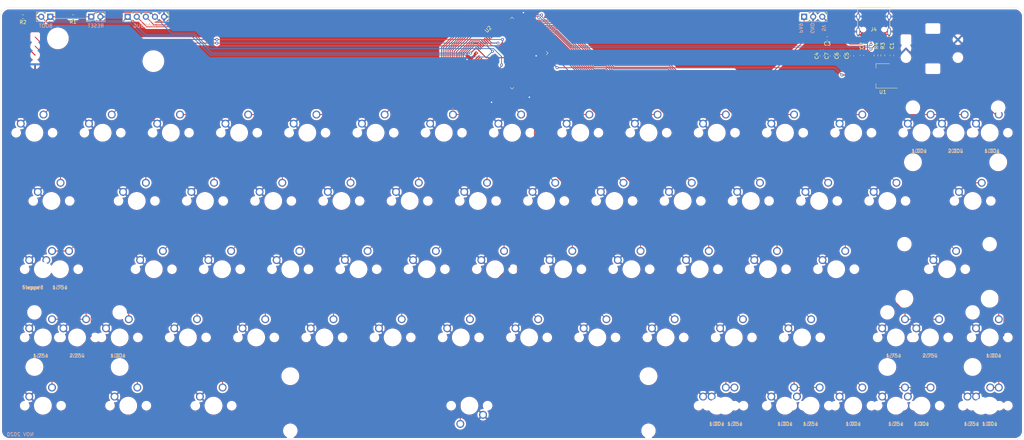
<source format=kicad_pcb>
(kicad_pcb (version 20211014) (generator pcbnew)
  (layers (0 "F.Cu" signal) (31 "B.Cu" signal) (34 "B.Paste" user) (35 "F.Paste" user) (36 "B.SilkS" user "B.Silkscreen") (37 "F.SilkS" user "F.Silkscreen") (38 "B.Mask" user) (39 "F.Mask" user) (44 "Edge.Cuts" user))
  (net 0 "")
  (net 1 "GND")
  (net 2 "+5V")
  (net 3 "+3V3")
  (net 4 "BOOT")
  (net 5 "RESET")
  (net 6 "SWDIO")
  (net 7 "SWCLK")
  (net 8 "Net-(J4-PadA5)")
  (net 9 "D_P")
  (net 10 "D_N")
  (net 11 "Net-(J4-PadB5)")
  (net 13 "I2C_CLK")
  (net 14 "I2C_DAT")
  (net 15 "ENC_A")
  (net 16 "ENC_B")
  (net 17 "ENC_SW")
  (net 24 "PA9")
  (net 30 "K0_0")
  (net 31 "K0_1")
  (net 32 "K0_2")
  (net 33 "K0_3")
  (net 34 "K0_4")
  (net 35 "K0_5")
  (net 36 "K0_6")
  (net 37 "K0_7")
  (net 38 "K0_8")
  (net 39 "K0_9")
  (net 40 "K0_10")
  (net 41 "K0_11")
  (net 42 "K0_12")
  (net 43 "K0_14")
  (net 44 "K0_13")
  (net 45 "K1_0")
  (net 46 "K1_1")
  (net 47 "K1_2")
  (net 48 "K1_3")
  (net 49 "K1_4")
  (net 50 "K1_5")
  (net 51 "K1_6")
  (net 52 "K1_7")
  (net 53 "K1_8")
  (net 54 "K1_9")
  (net 55 "K1_10")
  (net 56 "K1_11")
  (net 57 "K1_12")
  (net 58 "K1_13")
  (net 59 "K2_0")
  (net 60 "K2_1")
  (net 61 "K2_2")
  (net 62 "K2_3")
  (net 63 "K2_4")
  (net 64 "K2_5")
  (net 65 "K2_6")
  (net 66 "K2_7")
  (net 67 "K2_8")
  (net 68 "K2_9")
  (net 69 "K2_10")
  (net 70 "K2_11")
  (net 71 "K2_12")
  (net 72 "K3_2")
  (net 73 "K3_3")
  (net 74 "K3_4")
  (net 75 "K3_5")
  (net 76 "K3_6")
  (net 77 "K3_7")
  (net 78 "K3_8")
  (net 79 "K3_9")
  (net 80 "K3_10")
  (net 81 "K3_11")
  (net 82 "K3_1")
  (net 83 "K3_0")
  (net 84 "K3_13")
  (net 85 "K3_12")
  (net 86 "K4_0")
  (net 87 "K4_1")
  (net 88 "K4_2")
  (net 89 "K4_3")
  (net 90 "K4_8")
  (net 91 "K4_7")
  (net 92 "K4_6")
  (net 93 "K4_5")
  (net 94 "K4_4")
  (footprint "Connector_PinHeader_2.54mm:PinHeader_1x03_P2.54mm_Vertical" (layer "F.Cu") (at 224.409 -118.11 90)
    (fp_text reference "J6" hide)
    (fp_text value "Conn_01x03")
  )
  (footprint "kobuss-footprint:MX_1u" (layer "F.Cu") (at 114.3 -66.675)
    (fp_text reference "SW1_5" hide)
    (fp_text value "1.00u")
  )
  (footprint "kobuss-footprint:MX_2.75u_or_1.75and1.00" (layer "F.Cu") (at 259.55625 -28.575)
    (fp_text reference "SW3_12-13" hide)
    (fp_text value "2.75u_or_1.75and1.00")
  )
  (footprint "kobuss-footprint:MX_1u" (layer "F.Cu") (at 9.525 -85.725)
    (fp_text reference "SW0_0" hide)
    (fp_text value "1.00u")
  )
  (footprint "Capacitor_SMD:C_0603_1608Metric" (layer "F.Cu") (at 232.156 -107.175 90)
    (fp_text reference "C7")
    (fp_text value "100nF")
  )
  (footprint "kobuss-footprint:MX_1u" (layer "F.Cu") (at 123.825 -85.725)
    (fp_text reference "SW0_6" hide)
    (fp_text value "1.00u")
  )
  (footprint "kobuss-footprint:MX_1.50u" (layer "F.Cu") (at 271.4625 -66.675)
    (fp_text reference "SW1_13" hide)
    (fp_text value "1.50u")
  )
  (footprint "kobuss-footprint:MX_1u" (layer "F.Cu") (at 219.075 -85.725)
    (fp_text reference "SW0_11" hide)
    (fp_text value "1.00u")
  )
  (footprint "kobuss-footprint:MX_1u" (layer "F.Cu") (at 80.9625 -47.625)
    (fp_text reference "SW2_3" hide)
    (fp_text value "1.00u")
  )
  (footprint "kobuss-footprint:MX_1.50u" (layer "F.Cu") (at 14.2875 -66.675)
    (fp_text reference "SW1_0" hide)
    (fp_text value "1.50u")
  )
  (footprint "kobuss-footprint:MX_2.25u" (layer "F.Cu") (at 264.31875 -47.625)
    (fp_text reference "SW2_12" hide)
    (fp_text value "2.25u")
  )
  (footprint "kobuss-footprint:MX_1u" (layer "F.Cu") (at 209.55 -66.675)
    (fp_text reference "SW1_10" hide)
    (fp_text value "1.00u")
  )
  (footprint "kobuss-footprint:MX_1u" (layer "F.Cu") (at 128.5875 -28.575)
    (fp_text reference "SW3_6" hide)
    (fp_text value "1.00u")
  )
  (footprint "kobuss-footprint:MX_6.25u" (layer "F.Cu") (at 130.96875 -9.525 180)
    (fp_text reference "SW4_3" hide)
    (fp_text value "6.25u")
  )
  (footprint "kobuss-footprint:MX_1u" (layer "F.Cu") (at 185.7375 -28.575)
    (fp_text reference "SW3_9" hide)
    (fp_text value "1.00u")
  )
  (footprint "kobuss-footprint:MX_1.25" (layer "F.Cu") (at 35.71875 -9.525)
    (fp_text reference "SW4_1" hide)
    (fp_text value "1.25u")
  )
  (footprint "kobuss-footprint:MX_1u" (layer "F.Cu") (at 38.1 -66.675)
    (fp_text reference "SW1_1" hide)
    (fp_text value "1.00u")
  )
  (footprint "kobuss-footprint:MX_1.75u_stepped_caps" (layer "F.Cu") (at 16.66875 -47.625)
    (fp_text reference "SW2_0" hide)
    (fp_text value "1.75u_stepped_caps_lock")
  )
  (footprint "kobuss-footprint:MX_1u" (layer "F.Cu") (at 133.35 -66.675)
    (fp_text reference "SW1_6" hide)
    (fp_text value "1.00u")
  )
  (footprint "Connector_PinHeader_2.54mm:PinHeader_1x05_P2.54mm_Vertical" (layer "F.Cu") (at 35.56 -118.11 90)
    (fp_text reference "J3" hide)
    (fp_text value "Conn_01x05")
  )
  (footprint "kobuss-footprint:MX_1u" (layer "F.Cu") (at 28.575 -85.725)
    (fp_text reference "SW0_1" hide)
    (fp_text value "1.00u")
  )
  (footprint "kobuss-footprint:MX_1u" (layer "F.Cu") (at 166.6875 -28.575)
    (fp_text reference "SW3_8" hide)
    (fp_text value "1.00u")
  )
  (footprint "kobuss-footprint:MX_1u" (layer "F.Cu") (at 152.4 -66.675)
    (fp_text reference "SW1_7" hide)
    (fp_text value "1.00u")
  )
  (footprint "kobuss-footprint:MX_1.25" (layer "F.Cu") (at 59.53125 -9.525)
    (fp_text reference "SW4_2" hide)
    (fp_text value "1.25u")
  )
  (footprint "kobuss-footprint:MX_1u" (layer "F.Cu") (at 195.2625 -47.625)
    (fp_text reference "SW2_9" hide)
    (fp_text value "1.00u")
  )
  (footprint "kobuss-footprint:MX_1u" (layer "F.Cu") (at 247.65 -66.675)
    (fp_text reference "SW1_12" hide)
    (fp_text value "1.00u")
  )
  (footprint "kobuss-footprint:MX_1u" (layer "F.Cu") (at 47.625 -85.725)
    (fp_text reference "SW0_2" hide)
    (fp_text value "1.00u")
  )
  (footprint "kobuss-footprint:MX_1u" (layer "F.Cu") (at 100.0125 -47.625)
    (fp_text reference "SW2_4" hide)
    (fp_text value "1.00u")
  )
  (footprint "kobuss-footprint:MX_1u" (layer "F.Cu") (at 142.875 -85.725)
    (fp_text reference "SW0_7" hide)
    (fp_text value "1.00u")
  )
  (footprint "kobuss-footprint:MX_1u" (layer "F.Cu") (at 228.6 -66.675)
    (fp_text reference "SW1_11" hide)
    (fp_text value "1.00u")
  )
  (footprint "Capacitor_SMD:C_0603_1608Metric" (layer "F.Cu") (at 248.92 -107.315 90)
    (fp_text reference "C1")
    (fp_text value "10uF")
  )
  (footprint "kobuss-footprint:MX_1u" (layer "F.Cu") (at 223.8375 -28.575)
    (fp_text reference "SW3_11" hide)
    (fp_text value "1.00u")
  )
  (footprint "kobuss-footprint:MX_1u" (layer "F.Cu") (at 176.2125 -47.625)
    (fp_text reference "SW2_8" hide)
    (fp_text value "1.00u")
  )
  (footprint "kobuss-footprint:MX_1u" (layer "F.Cu") (at 190.5 -66.675)
    (fp_text reference "SW1_9" hide)
    (fp_text value "1.00u")
  )
  (footprint "kobuss-footprint:MX_1u" (layer "F.Cu") (at 95.25 -66.675)
    (fp_text reference "SW1_4" hide)
    (fp_text value "1.00u")
  )
  (footprint "Package_QFP:LQFP-100_14x14mm_P0.5mm" (layer "F.Cu") (at 142.875 -107.95 45)
    (fp_text reference "U2")
    (fp_text value "STM32F072V8Tx")
  )
  (footprint "Capacitor_SMD:C_0603_1608Metric" (layer "F.Cu") (at 234.95 -107.201 90)
    (fp_text reference "C6")
    (fp_text value "100nF")
  )
  (footprint "kobuss-footprint:U262-161N-4BVC11" (layer "F.Cu") (at 243.84 -113.0635 180)
    (fp_text reference "J4")
    (fp_text value "USB_C_Receptacle_USB2.0")
  )
  (footprint "kobuss-footprint:MX_1u" (layer "F.Cu") (at 157.1625 -47.625)
    (fp_text reference "SW2_7" hide)
    (fp_text value "1.00u")
  )
  (footprint "kobuss-footprint:MX_1u" (layer "F.Cu") (at 61.9125 -47.625)
    (fp_text reference "SW2_2" hide)
    (fp_text value "1.00u")
  )
  (footprint "kobuss-footprint:MX_4x1.25u_or_5x1.00u" (layer "F.Cu") (at 238.125 -9.525)
    (fp_text reference "SW4_4-8" hide)
    (fp_text value "4x1.25u_or_5x1.00u")
  )
  (footprint "kobuss-footprint:MX_1u" (layer "F.Cu") (at 52.3875 -28.575)
    (fp_text reference "SW3_2" hide)
    (fp_text value "1.00u")
  )
  (footprint "kobuss-footprint:MX_1u" (layer "F.Cu") (at 109.5375 -28.575)
    (fp_text reference "SW3_5" hide)
    (fp_text value "1.00u")
  )
  (footprint "kobuss-footprint:MX_1u" (layer "F.Cu") (at 233.3625 -47.625)
    (fp_text reference "SW2_11" hide)
    (fp_text value "1.00u")
  )
  (footprint "kobuss-footprint:MX_1u" (layer "F.Cu") (at 104.775 -85.725)
    (fp_text reference "SW0_5" hide)
    (fp_text value "1.00u")
  )
  (footprint "kobuss-footprint:MX_1u" (layer "F.Cu") (at 138.1125 -47.625)
    (fp_text reference "SW2_6" hide)
    (fp_text value "1.00u")
  )
  (footprint "kobuss-footprint:MX_1u" (layer "F.Cu") (at 66.675 -85.725)
    (fp_text reference "SW0_3" hide)
    (fp_text value "1.00u")
  )
  (footprint "Resistor_SMD:R_0603_1608Metric" (layer "F.Cu") (at 6.35 -118.11)
    (fp_text reference "R2")
    (fp_text value "5.1k")
  )
  (footprint "kobuss-footprint:MX_1u" (layer "F.Cu") (at 161.925 -85.725)
    (fp_text reference "SW0_8" hide)
    (fp_text value "1.00u")
  )
  (footprint "Capacitor_SMD:C_0603_1608Metric" (layer "F.Cu") (at 230.873 -112.014 180)
    (fp_text reference "C3")
    (fp_text value "100nF")
  )
  (footprint "Capacitor_SMD:C_0603_1608Metric" (layer "F.Cu") (at 240.538 -107.315 90)
    (fp_text reference "C2")
    (fp_text value "4.7uF")
  )
  (footprint "kobuss-footprint:MX_1u" (layer "F.Cu") (at 90.4875 -28.575)
    (fp_text reference "SW3_4" hide)
    (fp_text value "1.00u")
  )
  (footprint "kobuss-footprint:MX_1u" (layer "F.Cu") (at 200.025 -85.725)
    (fp_text reference "SW0_10" hide)
    (fp_text value "1.00u")
  )
  (footprint "kobuss-footprint:MX_1u" (layer "F.Cu") (at 57.15 -66.675)
    (fp_text reference "SW1_2" hide)
    (fp_text value "1.00u")
  )
  (footprint "Package_TO_SOT_SMD:SOT-223-3_TabPin2" (layer "F.Cu") (at 246.38 -101.6 180)
    (fp_text reference "U1")
    (fp_text value "AMS1117-3.3")
  )
  (footprint "kobuss-footprint:MX_1u" (layer "F.Cu") (at 238.125 -85.725)
    (fp_text reference "SW0_12" hide)
    (fp_text value "1.00u")
  )
  (footprint "kobuss-footprint:MX_2.25u_or_1.25and1.00" (layer "F.Cu") (at 21.43125 -28.575)
    (fp_text reference "SW3_0-1" hide)
    (fp_text value "2.25u_or_1.25and1.00")
  )
  (footprint "kobuss-footprint:MX_1u" (layer "F.Cu") (at 119.0625 -47.625)
    (fp_text reference "SW2_5" hide)
    (fp_text value "1.00u")
  )
  (footprint "kobuss-footprint:MX_1u" (layer "F.Cu") (at 171.45 -66.675)
    (fp_text reference "SW1_8" hide)
    (fp_text value "1.00u")
  )
  (footprint "kobuss-footprint:MX_1u" (layer "F.Cu") (at 180.975 -85.725)
    (fp_text reference "SW0_9" hide)
    (fp_text value "1.00u")
  )
  (footprint "Connector_PinHeader_2.54mm:PinHeader_1x02_P2.54mm_Vertical" (layer "F.Cu") (at 13.97 -118.11 -90)
    (fp_text reference "J1" hide)
    (fp_text value "Conn_01x02")
  )
  (footprint "kobuss-footprint:MX_1u" (layer "F.Cu") (at 42.8625 -47.625)
    (fp_text reference "SW2_1" hide)
    (fp_text value "1.00u")
  )
  (footprint "kobuss-footprint:MX_2.00u_or_1.00and1.00" (layer "F.Cu") (at 266.7 -85.725)
    (fp_text reference "SW0_13-14" hide)
    (fp_text value "2.00u_or_1.00and1.00")
  )
  (footprint "Capacitor_SMD:C_0603_1608Metric" (layer "F.Cu") (at 237.744 -107.201 90)
    (fp_text reference "C5")
    (fp_text value "100nF")
  )
  (footprint "kobuss-footprint:MX_1u" (layer "F.Cu") (at 204.7875 -28.575)
    (fp_text reference "SW3_10" hide)
    (fp_text value "1.00u")
  )
  (footprint "kobuss-footprint:MX_1u" (layer "F.Cu") (at 214.3125 -47.625)
    (fp_text reference "SW2_10" hide)
    (fp_text value "1.00u")
  )
  (footprint "kobuss-footprint:MX_1u" (layer "F.Cu") (at 71.4375 -28.575)
    (fp_text reference "SW3_3" hide)
    (fp_text value "1.00u")
  )
  (footprint "kobuss-footprint:MX_1u" (layer "F.Cu") (at 147.6375 -28.575)
    (fp_text reference "SW3_7" hide)
    (fp_text value "1.00u")
  )
  (footprint "Resistor_SMD:R_0603_1608Metric" (layer "F.Cu") (at 246.38 -107.315 -90)
    (fp_text reference "R3")
    (fp_text value "5.1k")
  )
  (footprint "Resistor_SMD:R_0603_1608Metric" (layer "F.Cu") (at 244.475 -107.315 -90)
    (fp_text reference "R4")
    (fp_text value "5.1k")
  )
  (footprint "kobuss-footprint:MX_1u" (layer "F.Cu") (at 85.725 -85.725)
    (fp_text reference "SW0_4" hide)
    (fp_text value "1.00u")
  )
  (footprint "Connector_PinHeader_2.54mm:PinHeader_1x02_P2.54mm_Vertical" (layer "F.Cu") (at 25.4 -118.11 90)
    (fp_text reference "J2" hide)
    (fp_text value "Conn_01x02")
  )
  (footprint "kobuss-footprint:MX_1.25" (layer "F.Cu") (at 11.90625 -9.525)
    (fp_text reference "SW4_0" hide)
    (fp_text value "1.25u")
  )
  (footprint "Resistor_SMD:R_0603_1608Metric" (layer "F.Cu") (at 20.32 -118.11 180)
    (fp_text reference "R1")
    (fp_text value "5.1k")
  )
  (footprint "Capacitor_SMD:C_0603_1608Metric" (layer "F.Cu") (at 229.362 -107.201 90)
    (fp_text reference "C4")
    (fp_text value "100nF")
  )
  (footprint "kobuss-footprint:MX_1u" (layer "F.Cu") (at 76.2 -66.675)
    (fp_text reference "SW1_3" hide)
    (fp_text value "1.00u")
  )
  (gr_line (start 285.75 -118.11) (end 285.75 -2.54) (layer "Edge.Cuts") (width 0.05))
  (gr_line (start 283.21 -120.65) (end 2.54 -120.65) (layer "Edge.Cuts") (width 0.05))
  (gr_arc (start 0 -118.11) (mid 0.743949 -119.906051) (end 2.54 -120.65) (layer "Edge.Cuts") (width 0.05))
  (gr_line (start 283.21 0) (end 2.54 0) (layer "Edge.Cuts") (width 0.05))
  (gr_line (start 0 -118.11) (end 0 -2.54) (layer "Edge.Cuts") (width 0.05))
  (gr_arc (start 2.54 0) (mid 0.743949 -0.743949) (end 0 -2.54) (layer "Edge.Cuts") (width 0.05))
  (gr_arc (start 283.21 -120.65) (mid 285.006051 -119.906051) (end 285.75 -118.11) (layer "Edge.Cuts") (width 0.05))
  (gr_arc (start 285.75 -2.54) (mid 285.006051 -0.743949) (end 283.21 0) (layer "Edge.Cuts") (width 0.05))
  (gr_text "BOOT" (at 12.7 -115.57) (layer "B.SilkS") (effects (font (size 1 1)) (justify mirror)))
  (gr_text "SWDEBUG" (at 40.64 -115.57) (layer "B.SilkS") (effects (font (size 1 1)) (justify mirror)))
  (gr_text "RESET" (at 26.67 -115.57) (layer "B.SilkS") (effects (font (size 1 1)) (justify mirror)))
  (gr_text "NOV 2020" (at 5.588 -1.524) (layer "B.SilkS") (effects (font (size 1 1)) (justify mirror)))
  (gr_text "5V\n\nGND\n\nPA9" (at 226.695 -114.935 270) (layer "B.SilkS") (effects (font (size 1 1)) (justify mirror)))
  (segment (start 147.40688 -95.639945) (end 147.709948 -95.639945) (width 0.2286) (layer "F.Cu") (net 1))
  (segment (start 139.922829 -100.048082) (end 137.16 -97.285253) (width 0.2286) (layer "F.Cu") (net 1))
  (segment (start 130.302 -107.991166) (end 130.302 -106.172) (width 0.2286) (layer "F.Cu") (net 1))
  (segment (start 240.435 -112.776) (end 239.52 -113.691) (width 0.2286) (layer "F.Cu") (net 1))
  (segment (start 132.400233 -110.089399) (end 130.302 -107.991166) (width 0.2286) (layer "F.Cu") (net 1))
  (segment (start 250.84431 -100.61431) (end 249.53 -99.3) (width 0.2286) (layer "F.Cu") (net 1))
  (segment (start 144.412957 -117.266132) (end 146.05 -118.903175) (width 0.2286) (layer "F.Cu") (net 1))
  (segment (start 147.709948 -95.639945) (end 145.579893 -97.77) (width 0.2286) (layer "F.Cu") (net 1))
  (segment (start 247.04 -112.776) (end 247.245 -112.776) (width 0.2286) (layer "F.Cu") (net 1))
  (segment (start 144.412957 -98.633868) (end 147.40688 -95.639945) (width 0.2286) (layer "F.Cu") (net 1))
  (segment (start 137.16 -97.285253) (end 137.16 -94.234) (width 0.2286) (layer "F.Cu") (net 1))
  (segment (start 240.64 -112.776) (end 240.435 -112.776) (width 0.2286) (layer "F.Cu") (net 1))
  (segment (start 248.92 -108.09) (end 250.84431 -106.16569) (width 0.2286) (layer "F.Cu") (net 1))
  (segment (start 151.415175 -107.188) (end 149.606 -107.188) (width 0.2286) (layer "F.Cu") (net 1))
  (segment (start 133.558868 -109.487957) (end 132.957426 -110.089399) (width 0.2286) (layer "F.Cu") (net 1))
  (segment (start 146.05 -118.903175) (end 146.05 -119.253) (width 0.2286) (layer "F.Cu") (net 1))
  (segment (start 247.245 -112.776) (end 248.16 -113.691) (width 0.2286) (layer "F.Cu") (net 1))
  (segment (start 152.191132 -106.412043) (end 151.415175 -107.188) (width 0.2286) (layer "F.Cu") (net 1))
  (segment (start 250.84431 -106.16569) (end 250.84431 -100.61431) (width 0.2286) (layer "F.Cu") (net 1))
  (segment (start 132.957426 -110.089399) (end 132.400233 -110.089399) (width 0.2286) (layer "F.Cu") (net 1))
  (via (at 147.709948 -95.639945) (size 0.8) (drill 0.4) (layers "F.Cu" "B.Cu") (net 1))
  (via (at 137.16 -94.234) (size 0.8) (drill 0.4) (layers "F.Cu" "B.Cu") (net 1))
  (via (at 130.302 -106.172) (size 0.8) (drill 0.4) (layers "F.Cu" "B.Cu") (net 1))
  (via (at 146.05 -119.253) (size 0.8) (drill 0.4) (layers "F.Cu" "B.Cu") (net 1))
  (via (at 149.606 -107.188) (size 0.8) (drill 0.4) (layers "F.Cu" "B.Cu") (net 1))
  (segment (start 241.3 -111.125) (end 240.665 -110.49) (width 0.2794) (layer "F.Cu") (net 2))
  (segment (start 241.44 -112.776) (end 241.3 -112.636) (width 0.2794) (layer "F.Cu") (net 2))
  (segment (start 247.65 -107.81) (end 248.10529 -107.35471) (width 0.2794) (layer "F.Cu") (net 2))
  (segment (start 235.88771 -111.71129) (end 236.22 -111.379) (width 0.2794) (layer "F.Cu") (net 2))
  (segment (start 235.585 -112.014) (end 235.88771 -111.71129) (width 0.2794) (layer "F.Cu") (net 2))
  (segment (start 248.10529 -107.35471) (end 248.92 -106.54) (width 0.2794) (layer "F.Cu") (net 2))
  (segment (start 246.24 -110.63) (end 247.65 -109.22) (width 0.2794) (layer "F.Cu") (net 2))
  (segment (start 231.648 -112.014) (end 235.585 -112.014) (width 0.2794) (layer "F.Cu") (net 2))
  (segment (start 248.92 -104.51) (end 249.53 -103.9) (width 0.2794) (layer "F.Cu") (net 2))
  (segment (start 241.3 -112.636) (end 241.3 -111.125) (width 0.2794) (layer "F.Cu") (net 2))
  (segment (start 246.29 -113.696242) (end 244.543242 -115.443) (width 0.2794) (layer "F.Cu") (net 2))
  (segment (start 240.665 -110.49) (end 237.109 -110.49) (width 0.2794) (layer "F.Cu") (net 2))
  (segment (start 243.155758 -115.443) (end 241.39 -113.677242) (width 0.2794) (layer "F.Cu") (net 2))
  (segment (start 243.155758 -115.443) (end 244.278424 -115.443) (width 0.2794) (layer "F.Cu") (net 2))
  (segment (start 237.109 -110.49) (end 236.22 -111.379) (width 0.2794) (layer "F.Cu") (net 2))
  (segment (start 244.543242 -115.443) (end 244.278424 -115.443) (width 0.2794) (layer "F.Cu") (net 2))
  (segment (start 248.92 -106.54) (end 248.92 -104.51) (width 0.2794) (layer "F.Cu") (net 2))
  (segment (start 246.29 -112.795) (end 246.29 -113.696242) (width 0.2794) (layer "F.Cu") (net 2))
  (segment (start 247.65 -109.22) (end 247.65 -107.81) (width 0.2794) (layer "F.Cu") (net 2))
  (segment (start 241.39 -113.677242) (end 241.39 -112.795) (width 0.2794) (layer "F.Cu") (net 2))
  (segment (start 246.24 -112.070576) (end 246.24 -110.63) (width 0.2794) (layer "F.Cu") (net 2))
  (segment (start 246.24 -112.776) (end 246.24 -112.070576) (width 0.2794) (layer "F.Cu") (net 2))
  (segment (start 229.489 -118.11) (end 235.88771 -111.71129) (width 0.2794) (layer "F.Cu") (net 2))
  (segment (start 6.985 -113.665) (end 6.985 -110.109) (width 0.2794) (layer "F.Cu") (net 3))
  (segment (start 234.95 -106.426) (end 237.744 -106.426) (width 0.2794) (layer "F.Cu") (net 3))
  (segment (start 152.544685 -106.765596) (end 151.233281 -108.077) (width 0.2794) (layer "F.Cu") (net 3))
  (segment (start 136.655253 -106.68) (end 143.764 -106.68) (width 0.2794) (layer "F.Cu") (net 3))
  (segment (start 8.89 -115.57) (end 6.985 -113.665) (width 0.2794) (layer "F.Cu") (net 3))
  (segment (start 239.535 -101.6) (end 242.049 -101.6) (width 0.2794) (layer "F.Cu") (net 3))
  (segment (start 132.502404 -109.134404) (end 131.318 -107.95) (width 0.2794) (layer "F.Cu") (net 3))
  (segment (start 140.276383 -99.694528) (end 143.764 -103.182145) (width 0.2794) (layer "F.Cu") (net 3))
  (segment (start 232.13 -106.426) (end 232.156 -106.4) (width 0.2794) (layer "F.Cu") (net 3))
  (segment (start 152.544685 -106.765596) (end 152.568404 -106.765596) (width 0.2794) (layer "F.Cu") (net 3))
  (segment (start 11.43 -115.57) (end 8.89 -115.57) (width 0.2794) (layer "F.Cu") (net 3))
  (segment (start 144.139669 -106.304331) (end 143.764 -106.68) (width 0.2794) (layer "F.Cu") (net 3))
  (segment (start 133.205315 -109.134404) (end 135.659719 -106.68) (width 0.2794) (layer "F.Cu") (net 3))
  (segment (start 240.538 -104.292) (end 240.538 -106.54) (width 0.2794) (layer "F.Cu") (net 3))
  (segment (start 151.233281 -108.077) (end 145.161 -108.077) (width 0.2794) (layer "F.Cu") (net 3))
  (segment (start 234.95 -101.854) (end 239.281 -101.854) (width 0.2794) (layer "F.Cu") (net 3))
  (segment (start 240.424 -106.426) (end 240.538 -106.54) (width 0.2794) (layer "F.Cu") (net 3))
  (segment (start 243.23 -101.6) (end 242.049 -101.6) (width 0.2794) (layer "F.Cu") (net 3))
  (segment (start 239.281 -101.854) (end 239.535 -101.6) (width 0.2794) (layer "F.Cu") (net 3))
  (segment (start 249.53 -101.6) (end 243.23 -101.6) (width 0.2794) (layer "F.Cu") (net 3))
  (segment (start 232.156 -106.4) (end 234.924 -106.4) (width 0.2794) (layer "F.Cu") (net 3))
  (segment (start 134.973082 -104.997829) (end 136.655253 -106.68) (width 0.2794) (layer "F.Cu") (net 3))
  (segment (start 13.97 -118.11) (end 11.43 -115.57) (width 0.2794) (layer "F.Cu") (net 3))
  (segment (start 144.766511 -98.987422) (end 144.139669 -99.614264) (width 0.2794) (layer "F.Cu") (net 3))
  (segment (start 234.924 -106.4) (end 234.95 -106.426) (width 0.2794) (layer "F.Cu") (net 3))
  (segment (start 144.139669 -99.614264) (end 144.139669 -106.304331) (width 0.2794) (layer "F.Cu") (net 3))
  (segment (start 145.161 -108.077) (end 143.764 -106.68) (width 0.2794) (layer "F.Cu") (net 3))
  (segment (start 143.432562 -107.011438) (end 143.764 -106.68) (width 0.2794) (layer "F.Cu") (net 3))
  (segment (start 243.23 -101.6) (end 240.538 -104.292) (width 0.2794) (layer "F.Cu") (net 3))
  (segment (start 237.744 -106.426) (end 240.424 -106.426) (width 0.2794) (layer "F.Cu") (net 3))
  (segment (start 6.985 -110.109) (end 9.7282 -107.3658) (width 0.2794) (layer "F.Cu") (net 3))
  (segment (start 229.362 -106.426) (end 232.13 -106.426) (width 0.2794) (layer "F.Cu") (net 3))
  (segment (start 143.764 -103.182145) (end 143.764 -106.68) (width 0.2794) (layer "F.Cu") (net 3))
  (segment (start 144.059404 -117.619685) (end 143.432562 -116.992843) (width 0.2794) (layer "F.Cu") (net 3))
  (segment (start 143.432562 -116.992843) (end 143.432562 -107.011438) (width 0.2794) (layer "F.Cu") (net 3))
  (segment (start 133.205315 -109.134404) (end 132.502404 -109.134404) (width 0.2794) (layer "F.Cu") (net 3))
  (segment (start 19.495 -118.11) (end 13.97 -118.11) (width 0.2794) (layer "F.Cu") (net 3))
  (segment (start 135.659719 -106.68) (end 136.655253 -106.68) (width 0.2794) (layer "F.Cu") (net 3))
  (segment (start 152.568404 -106.765596) (end 155.448 -103.886) (width 0.2794) (layer "F.Cu") (net 3))
  (via (at 234.95 -101.854) (size 0.8) (drill 0.4) (layers "F.Cu" "B.Cu") (net 3))
  (via (at 155.448 -103.886) (size 0.8) (drill 0.4) (layers "F.Cu" "B.Cu") (net 3))
  (via (at 131.318 -107.95) (size 0.8) (drill 0.4) (layers "F.Cu" "B.Cu") (net 3))
  (segment (start 20.87471 -116.92029) (end 15.15971 -116.92029) (width 0.2794) (layer "B.Cu") (net 3))
  (segment (start 15.15971 -116.92029) (end 13.97 -118.11) (width 0.2794) (layer "B.Cu") (net 3))
  (segment (start 60.071 -107.95) (end 59.055 -107.95) (width 0.2794) (layer "B.Cu") (net 3))
  (segment (start 35.56 -118.11) (end 34.37029 -116.92029) (width 0.2794) (layer "B.Cu") (net 3))
  (segment (start 34.37029 -116.92029) (end 20.87471 -116.92029) (width 0.2794) (layer "B.Cu") (net 3))
  (segment (start 39.37 -114.3) (end 40.64 -113.03) (width 0.2794) (layer "B.Cu") (net 3))
  (segment (start 59.055 -107.95) (end 53.975 -113.03) (width 0.2794) (layer "B.Cu") (net 3))
  (segment (start 40.64 -113.03) (end 53.975 -113.03) (width 0.2794) (layer "B.Cu") (net 3))
  (segment (start 232.918 -103.886) (end 234.95 -101.854) (width 0.2794) (layer "B.Cu") (net 3))
  (segment (start 60.071 -107.95) (end 131.318 -107.95) (width 0.2794) (layer "B.Cu") (net 3))
  (segment (start 155.448 -103.886) (end 232.918 -103.886) (width 0.2794) (layer "B.Cu") (net 3))
  (segment (start 35.56 -118.11) (end 39.37 -114.3) (width 0.2794) (layer "B.Cu") (net 3))
  (segment (start 135.326635 -111.255724) (end 135.928076 -110.654283) (width 0.2286) (layer "F.Cu") (net 4))
  (segment (start 135.928076 -110.654283) (end 135.928076 -109.943924) (width 0.2286) (layer "F.Cu") (net 4))
  (segment (start 135.928076 -109.943924) (end 137.414 -108.458) (width 0.2286) (layer "F.Cu") (net 4))
  (segment (start 7.175 -118.11) (end 11.43 -118.11) (width 0.2286) (layer "F.Cu") (net 4))
  (via (at 137.414 -108.458) (size 0.8) (drill 0.4) (layers "F.Cu" "B.Cu") (net 4))
  (segment (start 36.221086 -116.46628) (end 13.07372 -116.46628) (width 0.2286) (layer "B.Cu") (net 4))
  (segment (start 58.674 -107.442) (end 130.768834 -107.442) (width 0.2286) (layer "B.Cu") (net 4))
  (segment (start 13.07372 -116.46628) (end 11.43 -118.11) (width 0.2286) (layer "B.Cu") (net 4))
  (segment (start 137.414 -108.458) (end 135.842301 -106.886301) (width 0.2286) (layer "B.Cu") (net 4))
  (segment (start 40.111376 -112.57599) (end 53.54001 -112.57599) (width 0.2286) (layer "B.Cu") (net 4))
  (segment (start 36.221086 -116.46628) (end 40.111376 -112.57599) (width 0.2286) (layer "B.Cu") (net 4))
  (segment (start 130.768834 -107.442) (end 131.324533 -106.886301) (width 0.2286) (layer "B.Cu") (net 4))
  (segment (start 131.324533 -106.886301) (end 135.842301 -106.886301) (width 0.2286) (layer "B.Cu") (net 4))
  (segment (start 53.54001 -112.57599) (end 58.674 -107.442) (width 0.2286) (layer "B.Cu") (net 4))
  (segment (start 139.954 -104.321893) (end 137.801509 -102.169402) (width 0.2286) (layer "F.Cu") (net 5))
  (segment (start 43.18 -118.11) (end 42.015699 -119.274301) (width 0.2286) (layer "F.Cu") (net 5))
  (segment (start 26.564301 -119.274301) (end 25.4 -118.11) (width 0.2286) (layer "F.Cu") (net 5))
  (segment (start 42.015699 -119.274301) (end 26.564301 -119.274301) (width 0.2286) (layer "F.Cu") (net 5))
  (segment (start 21.145 -118.11) (end 25.4 -118.11) (width 0.2286) (layer "F.Cu") (net 5))
  (segment (start 139.954 -104.648) (end 139.954 -104.321893) (width 0.2286) (layer "F.Cu") (net 5))
  (via (at 139.954 -104.648) (size 0.8) (drill 0.4) (layers "F.Cu" "B.Cu") (net 5))
  (segment (start 139.954 -104.648) (end 139.954 -106.975166) (width 0.2286) (layer "B.Cu") (net 5))
  (segment (start 137.709166 -109.22) (end 58.427066 -109.22) (width 0.2286) (layer "B.Cu") (net 5))
  (segment (start 54.163056 -113.48401) (end 47.80599 -113.48401) (width 0.2286) (layer "B.Cu") (net 5))
  (segment (start 58.427066 -109.22) (end 54.163056 -113.48401) (width 0.2286) (layer "B.Cu") (net 5))
  (segment (start 43.18 -118.11) (end 47.80599 -113.48401) (width 0.2286) (layer "B.Cu") (net 5))
  (segment (start 139.954 -106.975166) (end 137.709166 -109.22) (width 0.2286) (layer "B.Cu") (net 5))
  (segment (start 146.764301 -119.595865) (end 146.764301 -118.203262) (width 0.2286) (layer "F.Cu") (net 6))
  (segment (start 126.746 -115.824) (end 130.889301 -119.967301) (width 0.2286) (layer "F.Cu") (net 6))
  (segment (start 146.392865 -119.967301) (end 146.764301 -119.595865) (width 0.2286) (layer "F.Cu") (net 6))
  (segment (start 146.764301 -118.203262) (end 145.120064 -116.559025) (width 0.2286) (layer "F.Cu") (net 6))
  (segment (start 42.926 -115.824) (end 126.746 -115.824) (width 0.2286) (layer "F.Cu") (net 6))
  (segment (start 130.889301 -119.967301) (end 146.392865 -119.967301) (width 0.2286) (layer "F.Cu") (net 6))
  (segment (start 40.64 -118.11) (end 42.926 -115.824) (width 0.2286) (layer "F.Cu") (net 6))
  (segment (start 141.657811 -117.602) (end 141.038684 -118.221127) (width 0.2286) (layer "F.Cu") (net 7))
  (segment (start 141.672911 -117.602) (end 141.657811 -117.602) (width 0.2286) (layer "F.Cu") (net 7))
  (segment (start 129.749273 -118.221127) (end 126.844146 -115.316) (width 0.2286) (layer "F.Cu") (net 7))
  (segment (start 40.894 -115.316) (end 38.1 -118.11) (width 0.2286) (layer "F.Cu") (net 7))
  (segment (start 141.690596 -117.619685) (end 141.672911 -117.602) (width 0.2286) (layer "F.Cu") (net 7))
  (segment (start 141.038684 -118.221127) (end 129.749273 -118.221127) (width 0.2286) (layer "F.Cu") (net 7))
  (segment (start 126.844146 -115.316) (end 40.894 -115.316) (width 0.2286) (layer "F.Cu") (net 7))
  (segment (start 245.09 -109.43) (end 246.38 -108.14) (width 0.2286) (layer "F.Cu") (net 8))
  (segment (start 245.09 -112.776) (end 245.09 -109.43) (width 0.2286) (layer "F.Cu") (net 8))
  (segment (start 243.459 -114.3) (end 243.713 -114.3) (width 0.2) (layer "F.Cu") (net 9))
  (segment (start 243.09 -112.776) (end 243.09 -113.931) (width 0.2) (layer "F.Cu") (net 9))
  (segment (start 151.120232 -118.608232) (end 150.085304 -118.608232) (width 0.2) (layer "F.Cu") (net 9))
  (segment (start 146.331183 -117.063038) (end 145.473617 -116.205472) (width 0.2) (layer "F.Cu") (net 9))
  (segment (start 146.462838 -117.063038) (end 146.331183 -117.063038) (width 0.2) (layer "F.Cu") (net 9))
  (segment (start 243.713 -114.3) (end 244.09 -113.923) (width 0.2) (layer "F.Cu") (net 9))
  (segment (start 243.09 -112.776) (end 243.09 -110.375) (width 0.2) (layer "F.Cu") (net 9))
  (segment (start 244.09 -113.923) (end 244.09 -112.776) (width 0.2) (layer "F.Cu") (net 9))
  (segment (start 243.09 -112.776) (end 243.078 -112.764) (width 0.2) (layer "F.Cu") (net 9))
  (segment (start 148.008032 -118.608232) (end 146.462838 -117.063038) (width 0.2) (layer "F.Cu") (net 9))
  (segment (start 243.09 -113.931) (end 243.459 -114.3) (width 0.2) (layer "F.Cu") (net 9))
  (segment (start 150.085304 -118.608232) (end 148.008032 -118.608232) (width 0.2) (layer "F.Cu") (net 9))
  (segment (start 243.09 -110.375) (end 243.078 -110.363) (width 0.2) (layer "F.Cu") (net 9))
  (via (at 151.120232 -118.608232) (size 0.8) (drill 0.4) (layers "F.Cu" "B.Cu") (net 9))
  (via (at 243.078 -110.363) (size 0.8) (drill 0.4) (layers "F.Cu" "B.Cu") (net 9))
  (segment (start 151.120232 -118.183967) (end 151.120232 -118.608232) (width 0.2) (layer "B.Cu") (net 9))
  (segment (start 243.078 -110.363) (end 242.668 -109.953) (width 0.2) (layer "B.Cu") (net 9))
  (segment (start 159.351199 -109.953) (end 151.120232 -118.183967) (width 0.2) (layer "B.Cu") (net 9))
  (segment (start 242.668 -109.953) (end 159.351199 -109.953) (width 0.2) (layer "B.Cu") (net 9))
  (segment (start 150.377768 -117.865768) (end 150.085304 -118.158232) (width 0.2) (layer "F.Cu") (net 10))
  (segment (start 243.84 -111.252) (end 243.93599 -111.252) (width 0.2) (layer "F.Cu") (net 10))
  (segment (start 243.59 -112.776) (end 243.59 -111.502) (width 0.2) (layer "F.Cu") (net 10))
  (segment (start 244.094 -111.252) (end 244.094 -110.109) (width 0.2) (layer "F.Cu") (net 10))
  (segment (start 244.348 -111.252) (end 244.59 -111.494) (width 0.2) (layer "F.Cu") (net 10))
  (segment (start 145.888128 -115.851918) (end 148.194432 -118.158222) (width 0.2) (layer "F.Cu") (net 10))
  (segment (start 145.827171 -115.851918) (end 145.888128 -115.851918) (width 0.2) (layer "F.Cu") (net 10))
  (segment (start 243.93599 -111.252) (end 244.094 -111.252) (width 0.2) (layer "F.Cu") (net 10))
  (segment (start 243.59 -111.502) (end 243.84 -111.252) (width 0.2) (layer "F.Cu") (net 10))
  (segment (start 244.094 -110.109) (end 243.078 -109.093) (width 0.2) (layer "F.Cu") (net 10))
  (segment (start 244.094 -111.252) (end 244.348 -111.252) (width 0.2) (layer "F.Cu") (net 10))
  (segment (start 244.59 -111.494) (end 244.59 -112.776) (width 0.2) (layer "F.Cu") (net 10))
  (segment (start 150.085304 -118.158232) (end 148.194432 -118.158232) (width 0.2) (layer "F.Cu") (net 10))
  (segment (start 148.194432 -118.158222) (end 148.194432 -118.158232) (width 0.2) (layer "F.Cu") (net 10))
  (via (at 243.078 -109.093) (size 0.8) (drill 0.4) (layers "F.Cu" "B.Cu") (net 10))
  (via (at 150.377768 -117.865768) (size 0.8) (drill 0.4) (layers "F.Cu" "B.Cu") (net 10))
  (segment (start 150.802033 -117.865768) (end 150.377768 -117.865768) (width 0.2) (layer "B.Cu") (net 10))
  (segment (start 242.668 -109.503) (end 159.164801 -109.503) (width 0.2) (layer "B.Cu") (net 10))
  (segment (start 159.164801 -109.503) (end 150.802033 -117.865768) (width 0.2) (layer "B.Cu") (net 10))
  (segment (start 243.078 -109.093) (end 242.668 -109.503) (width 0.2) (layer "B.Cu") (net 10))
  (segment (start 242.973834 -108.14) (end 244.475 -108.14) (width 0.2286) (layer "F.Cu") (net 11))
  (segment (start 242.09 -112.776) (end 242.09 -109.023834) (width 0.2286) (layer "F.Cu") (net 11))
  (segment (start 242.09 -109.023834) (end 242.973834 -108.14) (width 0.2286) (layer "F.Cu") (net 11))
  (segment (start 136.033742 -111.962831) (end 137.252573 -110.744) (width 0.2286) (layer "F.Cu") (net 13))
  (segment (start 137.252573 -110.744) (end 138.938 -110.744) (width 0.2286) (layer "F.Cu") (net 13))
  (segment (start 9.7282 -109.9058) (end 13.716 -105.918) (width 0.2286) (layer "F.Cu") (net 13))
  (segment (start 34.29 -105.918) (end 39.116 -110.744) (width 0.2286) (layer "F.Cu") (net 13))
  (segment (start 13.716 -105.918) (end 34.29 -105.918) (width 0.2286) (layer "F.Cu") (net 13))
  (segment (start 39.116 -110.744) (end 60.452 -110.744) (width 0.2286) (layer "F.Cu") (net 13))
  (via (at 60.452 -110.744) (size 0.8) (drill 0.4) (layers "F.Cu" "B.Cu") (net 13))
  (via (at 138.938 -110.744) (size 0.8) (drill 0.4) (layers "F.Cu" "B.Cu") (net 13))
  (segment (start 138.938 -110.744) (end 60.452 -110.744) (width 0.2286) (layer "B.Cu") (net 13))
  (segment (start 139.280865 -110.029699) (end 140.208 -110.956834) (width 0.2286) (layer "F.Cu") (net 14))
  (segment (start 60.452 -111.76) (end 39.37 -111.76) (width 0.2286) (layer "F.Cu") (net 14))
  (segment (start 135.680189 -111.609278) (end 137.259768 -110.029699) (width 0.2286) (layer "F.Cu") (net 14))
  (segment (start 137.259768 -110.029699) (end 139.280865 -110.029699) (width 0.2286) (layer "F.Cu") (net 14))
  (segment (start 15.494 -106.68) (end 9.7282 -112.4458) (width 0.2286) (layer "F.Cu") (net 14))
  (segment (start 34.29 -106.68) (end 15.494 -106.68) (width 0.2286) (layer "F.Cu") (net 14))
  (segment (start 140.208 -110.956834) (end 140.208 -111.76) (width 0.2286) (layer "F.Cu") (net 14))
  (segment (start 39.37 -111.76) (end 34.29 -106.68) (width 0.2286) (layer "F.Cu") (net 14))
  (via (at 140.208 -111.76) (size 0.8) (drill 0.4) (layers "F.Cu" "B.Cu") (net 14))
  (via (at 60.452 -111.76) (size 0.8) (drill 0.4) (layers "F.Cu" "B.Cu") (net 14))
  (segment (start 140.208 -111.76) (end 60.452 -111.76) (width 0.2286) (layer "B.Cu") (net 14))
  (segment (start 207.108146 -99.568) (end 238.898584 -99.568) (width 0.2286) (layer "F.Cu") (net 15))
  (segment (start 171.363438 -104.013) (end 186.643876 -104.013) (width 0.2286) (layer "F.Cu") (net 15))
  (segment (start 169.458438 -105.918) (end 171.363438 -104.013) (width 0.2286) (layer "F.Cu") (net 15))
  (segment (start 156.21 -116.205) (end 166.497 -105.918) (width 0.2286) (layer "F.Cu") (net 15))
  (segment (start 166.497 -105.918) (end 169.458438 -105.918) (width 0.2286) (layer "F.Cu") (net 15))
  (segment (start 149.008679 -116.205) (end 156.21 -116.205) (width 0.2286) (layer "F.Cu") (net 15))
  (segment (start 254.34922 -96.10722) (end 255.27 -97.028) (width 0.2286) (layer "F.Cu") (net 15))
  (segment (start 238.898584 -99.568) (end 242.359364 -96.10722) (width 0.2286) (layer "F.Cu") (net 15))
  (segment (start 255.27 -97.028) (end 255.27 -109.29874) (width 0.2286) (layer "F.Cu") (net 15))
  (segment (start 204.568146 -102.108) (end 207.108146 -99.568) (width 0.2286) (layer "F.Cu") (net 15))
  (segment (start 147.241384 -114.437705) (end 149.008679 -116.205) (width 0.2286) (layer "F.Cu") (net 15))
  (segment (start 186.643876 -104.013) (end 188.548876 -102.108) (width 0.2286) (layer "F.Cu") (net 15))
  (segment (start 242.359364 -96.10722) (end 254.34922 -96.10722) (width 0.2286) (layer "F.Cu") (net 15))
  (segment (start 188.548876 -102.108) (end 204.568146 -102.108) (width 0.2286) (layer "F.Cu") (net 15))
  (segment (start 250.96783 -96.53583) (end 252.84938 -98.41738) (width 0.2286) (layer "F.Cu") (net 16))
  (segment (start 171.577 -104.521) (end 186.742022 -104.521) (width 0.2286) (layer "F.Cu") (net 16))
  (segment (start 242.5369 -96.53583) (end 250.96783 -96.53583) (width 0.2286) (layer "F.Cu") (net 16))
  (segment (start 188.647022 -102.616) (end 204.666292 -102.616) (width 0.2286) (layer "F.Cu") (net 16))
  (segment (start 166.595146 -106.426) (end 169.672 -106.426) (width 0.2286) (layer "F.Cu") (net 16))
  (segment (start 207.206292 -100.076) (end 238.99673 -100.076) (width 0.2286) (layer "F.Cu") (net 16))
  (segment (start 148.809573 -116.713) (end 156.308146 -116.713) (width 0.2286) (layer "F.Cu") (net 16))
  (segment (start 156.308146 -116.713) (end 166.595146 -106.426) (width 0.2286) (layer "F.Cu") (net 16))
  (segment (start 169.672 -106.426) (end 171.577 -104.521) (width 0.2286) (layer "F.Cu") (net 16))
  (segment (start 146.887831 -114.791258) (end 148.809573 -116.713) (width 0.2286) (layer "F.Cu") (net 16))
  (segment (start 204.666292 -102.616) (end 207.206292 -100.076) (width 0.2286) (layer "F.Cu") (net 16))
  (segment (start 238.99673 -100.076) (end 242.5369 -96.53583) (width 0.2286) (layer "F.Cu") (net 16))
  (segment (start 186.742022 -104.521) (end 188.647022 -102.616) (width 0.2286) (layer "F.Cu") (net 16))
  (segment (start 207.01 -99.06) (end 238.800438 -99.06) (width 0.2286) (layer "F.Cu") (net 17))
  (segment (start 186.498121 -103.552609) (end 188.45073 -101.6) (width 0.2286) (layer "F.Cu") (net 17))
  (segment (start 149.172103 -115.661316) (end 156.118684 -115.661316) (width 0.2286) (layer "F.Cu") (net 17))
  (segment (start 239.133829 -98.726609) (end 242.181828 -95.67861) (width 0.2286) (layer "F.Cu") (net 17))
  (segment (start 188.45073 -101.6) (end 204.47 -101.6) (width 0.2286) (layer "F.Cu") (net 17))
  (segment (start 186.498121 -103.552609) (end 171.217683 -103.552609) (width 0.2286) (layer "F.Cu") (net 17))
  (segment (start 147.594938 -114.084151) (end 149.172103 -115.661316) (width 0.2286) (layer "F.Cu") (net 17))
  (segment (start 156.118684 -115.661316) (end 166.37 -105.41) (width 0.2286) (layer "F.Cu") (net 17))
  (segment (start 171.217683 -103.552609) (end 169.360292 -105.41) (width 0.2286) (layer "F.Cu") (net 17))
  (segment (start 238.800438 -99.06) (end 239.133829 -98.726609) (width 0.2286) (layer "F.Cu") (net 17))
  (segment (start 166.37 -105.41) (end 169.360292 -105.41) (width 0.2286) (layer "F.Cu") (net 17))
  (segment (start 204.47 -101.6) (end 207.01 -99.06) (width 0.2286) (layer "F.Cu") (net 17))
  (segment (start 185.928 -105.029) (end 186.840168 -105.029) (width 0.2286) (layer "F.Cu") (net 24))
  (segment (start 166.693292 -106.934) (end 169.770146 -106.934) (width 0.2286) (layer "F.Cu") (net 24))
  (segment (start 186.840168 -105.029) (end 188.745168 -103.124) (width 0.2286) (layer "F.Cu") (net 24))
  (segment (start 204.764438 -103.124) (end 207.304438 -100.584) (width 0.2286) (layer "F.Cu") (net 24))
  (segment (start 207.304438 -100.584) (end 213.614 -100.584) (width 0.2286) (layer "F.Cu") (net 24))
  (segment (start 148.540934 -117.151467) (end 146.534278 -115.144811) (width 0.2286) (layer "F.Cu") (net 24))
  (segment (start 169.770146 -106.934) (end 171.675146 -105.029) (width 0.2286) (layer "F.Cu") (net 24))
  (segment (start 148.68 -117.151467) (end 148.540934 -117.151467) (width 0.2286) (layer "F.Cu") (net 24))
  (segment (start 156.475825 -117.151467) (end 166.693292 -106.934) (width 0.2286) (layer "F.Cu") (net 24))
  (segment (start 224.409 -111.379) (end 224.409 -118.11) (width 0.2286) (layer "F.Cu") (net 24))
  (segment (start 188.745168 -103.124) (end 204.764438 -103.124) (width 0.2286) (layer "F.Cu") (net 24))
  (segment (start 171.675146 -105.029) (end 185.928 -105.029) (width 0.2286) (layer "F.Cu") (net 24))
  (segment (start 213.614 -100.584) (end 224.409 -111.379) (width 0.2286) (layer "F.Cu") (net 24))
  (segment (start 148.68 -117.151467) (end 156.475825 -117.151467) (width 0.2286) (layer "F.Cu") (net 24))
  (segment (start 95.504 -100.076) (end 80.264 -100.076) (width 0.2286) (layer "F.Cu") (net 30))
  (segment (start 80.264 -100.076) (end 77.978 -97.79) (width 0.2286) (layer "F.Cu") (net 30))
  (segment (start 121.84061 -103.80661) (end 99.23461 -103.80661) (width 0.2286) (layer "F.Cu") (net 30))
  (segment (start 123.19 -106.172) (end 123.19 -105.156) (width 0.2286) (layer "F.Cu") (net 30))
  (segment (start 16.256 -94.996) (end 12.065 -90.805) (width 0.2286) (layer "F.Cu") (net 30))
  (segment (start 137.774533 -116.586) (end 130.203854 -116.586) (width 0.2286) (layer "F.Cu") (net 30))
  (segment (start 130.203854 -116.586) (end 123.19 -109.572146) (width 0.2286) (layer "F.Cu") (net 30))
  (segment (start 123.19 -105.156) (end 121.84061 -103.80661) (width 0.2286) (layer "F.Cu") (net 30))
  (segment (start 123.19 -108.712) (end 123.19 -106.172) (width 0.2286) (layer "F.Cu") (net 30))
  (segment (start 57.912 -94.996) (end 16.256 -94.996) (width 0.2286) (layer "F.Cu") (net 30))
  (segment (start 60.706 -97.79) (end 57.912 -94.996) (width 0.2286) (layer "F.Cu") (net 30))
  (segment (start 123.19 -109.572146) (end 123.19 -108.712) (width 0.2286) (layer "F.Cu") (net 30))
  (segment (start 99.23461 -103.80661) (end 95.504 -100.076) (width 0.2286) (layer "F.Cu") (net 30))
  (segment (start 139.215722 -115.144811) (end 137.774533 -116.586) (width 0.2286) (layer "F.Cu") (net 30))
  (segment (start 77.978 -97.79) (end 60.706 -97.79) (width 0.2286) (layer "F.Cu") (net 30))
  (segment (start 99.48861 -102.79061) (end 95.758 -99.06) (width 0.2286) (layer "F.Cu") (net 31))
  (segment (start 61.214 -96.774) (end 58.42 -93.98) (width 0.2286) (layer "F.Cu") (net 31))
  (segment (start 81.026 -99.06) (end 78.74 -96.774) (width 0.2286) (layer "F.Cu") (net 31))
  (segment (start 58.42 -93.98) (end 34.29 -93.98) (width 0.2286) (layer "F.Cu") (net 31))
  (segment (start 124.206 -109.22) (end 124.206 -104.394) (width 0.2286) (layer "F.Cu") (net 31))
  (segment (start 138.508616 -114.437705) (end 137.376321 -115.57) (width 0.2286) (layer "F.Cu") (net 31))
  (segment (start 78.74 -96.774) (end 61.214 -96.774) (width 0.2286) (layer "F.Cu") (net 31))
  (segment (start 137.376321 -115.57) (end 130.556 -115.57) (width 0.2286) (layer "F.Cu") (net 31))
  (segment (start 124.206 -104.394) (end 122.60261 -102.79061) (width 0.2286) (layer "F.Cu") (net 31))
  (segment (start 122.60261 -102.79061) (end 99.48861 -102.79061) (width 0.2286) (layer "F.Cu") (net 31))
  (segment (start 95.758 -99.06) (end 81.026 -99.06) (width 0.2286) (layer "F.Cu") (net 31))
  (segment (start 34.29 -93.98) (end 31.115 -90.805) (width 0.2286) (layer "F.Cu") (net 31))
  (segment (start 130.556 -115.57) (end 124.206 -109.22) (width 0.2286) (layer "F.Cu") (net 31))
  (segment (start 79.756 -94.742) (end 61.877854 -94.742) (width 0.2286) (layer "F.Cu") (net 32))
  (segment (start 137.094402 -113.023491) (end 136.325893 -113.792) (width 0.2286) (layer "F.Cu") (net 32))
  (segment (start 82.042 -97.028) (end 79.756 -94.742) (width 0.2286) (layer "F.Cu") (net 32))
  (segment (start 131.318 -113.792) (end 126.238 -108.712) (width 0.2286) (layer "F.Cu") (net 32))
  (segment (start 126.238 -108.712) (end 126.238 -101.854) (width 0.2286) (layer "F.Cu") (net 32))
  (segment (start 57.940854 -90.805) (end 50.165 -90.805) (width 0.2286) (layer "F.Cu") (net 32))
  (segment (start 61.877854 -94.742) (end 57.940854 -90.805) (width 0.2286) (layer "F.Cu") (net 32))
  (segment (start 100.584 -100.838) (end 96.774 -97.028) (width 0.2286) (layer "F.Cu") (net 32))
  (segment (start 125.222 -100.838) (end 100.584 -100.838) (width 0.2286) (layer "F.Cu") (net 32))
  (segment (start 126.238 -101.854) (end 125.222 -100.838) (width 0.2286) (layer "F.Cu") (net 32))
  (segment (start 96.774 -97.028) (end 82.042 -97.028) (width 0.2286) (layer "F.Cu") (net 32))
  (segment (start 136.325893 -113.792) (end 131.318 -113.792) (width 0.2286) (layer "F.Cu") (net 32))
  (segment (start 83.058 -94.488) (end 79.375 -90.805) (width 0.2286) (layer "F.Cu") (net 33))
  (segment (start 97.79 -94.488) (end 83.058 -94.488) (width 0.2286) (layer "F.Cu") (net 33))
  (segment (start 132.045159 -110.946617) (end 128.778 -107.679458) (width 0.2286) (layer "F.Cu") (net 33))
  (segment (start 101.6 -98.298) (end 97.79 -94.488) (width 0.2286) (layer "F.Cu") (net 33))
  (segment (start 128.778 -107.679458) (end 128.778 -99.314) (width 0.2286) (layer "F.Cu") (net 33))
  (segment (start 128.778 -99.314) (end 127.762 -98.298) (width 0.2286) (layer "F.Cu") (net 33))
  (segment (start 79.375 -90.805) (end 69.215 -90.805) (width 0.2286) (layer "F.Cu") (net 33))
  (segment (start 133.514422 -110.946617) (end 132.045159 -110.946617) (width 0.2286) (layer "F.Cu") (net 33))
  (segment (start 134.265975 -110.195064) (end 133.514422 -110.946617) (width 0.2286) (layer "F.Cu") (net 33))
  (segment (start 127.762 -98.298) (end 101.6 -98.298) (width 0.2286) (layer "F.Cu") (net 33))
  (segment (start 97.917 -90.805) (end 88.265 -90.805) (width 0.2286) (layer "F.Cu") (net 34))
  (segment (start 131.39739 -102.836351) (end 131.39739 -98.63139) (width 0.2286) (layer "F.Cu") (net 34))
  (segment (start 128.524 -95.758) (end 102.87 -95.758) (width 0.2286) (layer "F.Cu") (net 34))
  (segment (start 131.39739 -98.63139) (end 128.524 -95.758) (width 0.2286) (layer "F.Cu") (net 34))
  (segment (start 134.265975 -105.704936) (end 131.39739 -102.836351) (width 0.2286) (layer "F.Cu") (net 34))
  (segment (start 102.87 -95.758) (end 97.917 -90.805) (width 0.2286) (layer "F.Cu") (net 34))
  (segment (start 110.01513 -93.50513) (end 107.315 -90.805) (width 0.2286) (layer "F.Cu") (net 35))
  (segment (start 129.844343 -93.50513) (end 110.01513 -93.50513) (width 0.2286) (layer "F.Cu") (net 35))
  (segment (start 138.155062 -101.815849) (end 129.844343 -93.50513) (width 0.2286) (layer "F.Cu") (net 35))
  (segment (start 132.207 -90.805) (end 126.365 -90.805) (width 0.2286) (layer "F.Cu") (net 36))
  (segment (start 135.636 -96.468359) (end 135.636 -94.234) (width 0.2286) (layer "F.Cu") (net 36))
  (segment (start 139.569276 -100.401635) (end 135.636 -96.468359) (width 0.2286) (layer "F.Cu") (net 36))
  (segment (start 135.636 -94.234) (end 132.207 -90.805) (width 0.2286) (layer "F.Cu") (net 36))
  (segment (start 141.690596 -98.280315) (end 141.690596 -94.529404) (width 0.2286) (layer "F.Cu") (net 37))
  (segment (start 141.690596 -94.529404) (end 145.415 -90.805) (width 0.2286) (layer "F.Cu") (net 37))
  (segment (start 155.575 -90.805) (end 164.465 -90.805) (width 0.2286) (layer "F.Cu") (net 38))
  (segment (start 152.19361 -96.510069) (end 152.19361 -94.18639) (width 0.2286) (layer "F.Cu") (net 38))
  (segment (start 152.19361 -94.18639) (end 155.575 -90.805) (width 0.2286) (layer "F.Cu") (net 38))
  (segment (start 147.241384 -101.462295) (end 152.19361 -96.510069) (width 0.2286) (layer "F.Cu") (net 38))
  (segment (start 168.982749 -90.805) (end 183.515 -90.805) (width 0.2286) (layer "F.Cu") (net 39))
  (segment (start 149.009151 -103.230062) (end 157.814775 -94.424438) (width 0.2286) (layer "F.Cu") (net 39))
  (segment (start 157.814775 -94.424438) (end 165.363312 -94.424437) (width 0.2286) (layer "F.Cu") (net 39))
  (segment (start 165.363312 -94.424437) (end 168.982749 -90.805) (width 0.2286) (layer "F.Cu") (net 39))
  (segment (start 159.000747 -96.774) (end 166.214146 -96.774) (width 0.2286) (layer "F.Cu") (net 40))
  (segment (start 166.214146 -96.774) (end 168.500146 -94.488) (width 0.2286) (layer "F.Cu") (net 40))
  (segment (start 150.776918 -104.997829) (end 159.000747 -96.774) (width 0.2286) (layer "F.Cu") (net 40))
  (segment (start 188.03275 -90.805) (end 202.565 -90.805) (width 0.2286) (layer "F.Cu") (net 40))
  (segment (start 184.34975 -94.488) (end 188.03275 -90.805) (width 0.2286) (layer "F.Cu") (net 40))
  (segment (start 168.500146 -94.488) (end 184.34975 -94.488) (width 0.2286) (layer "F.Cu") (net 40))
  (segment (start 185.108292 -97.536) (end 187.140292 -95.504) (width 0.2286) (layer "F.Cu") (net 41))
  (segment (start 169.458438 -97.536) (end 185.108292 -97.536) (width 0.2286) (layer "F.Cu") (net 41))
  (segment (start 202.989896 -95.504) (end 207.688896 -90.805) (width 0.2286) (layer "F.Cu") (net 41))
  (segment (start 167.426438 -99.568) (end 169.458438 -97.536) (width 0.2286) (layer "F.Cu") (net 41))
  (segment (start 152.514076 -110.518009) (end 153.740138 -110.518008) (width 0.2286) (layer "F.Cu") (net 41))
  (segment (start 207.688896 -90.805) (end 221.615 -90.805) (width 0.2286) (layer "F.Cu") (net 41))
  (segment (start 187.140292 -95.504) (end 202.989896 -95.504) (width 0.2286) (layer "F.Cu") (net 41))
  (segment (start 164.690146 -99.568) (end 167.426438 -99.568) (width 0.2286) (layer "F.Cu") (net 41))
  (segment (start 153.740138 -110.518008) (end 164.690146 -99.568) (width 0.2286) (layer "F.Cu") (net 41))
  (segment (start 151.837578 -109.841511) (end 152.514076 -110.518009) (width 0.2286) (layer "F.Cu") (net 41))
  (segment (start 170.18 -99.568) (end 185.500876 -99.568) (width 0.2286) (layer "F.Cu") (net 42))
  (segment (start 165.3209 -101.36183) (end 168.38617 -101.36183) (width 0.2286) (layer "F.Cu") (net 42))
  (segment (start 150.423365 -111.255724) (end 151.400086 -112.232445) (width 0.2286) (layer "F.Cu") (net 42))
  (segment (start 203.396292 -97.536) (end 206.190292 -94.742) (width 0.2286) (layer "F.Cu") (net 42))
  (segment (start 226.481438 -90.805) (end 240.665 -90.805) (width 0.2286) (layer "F.Cu") (net 42))
  (segment (start 185.500876 -99.568) (end 187.532876 -97.536) (width 0.2286) (layer "F.Cu") (net 42))
  (segment (start 168.38617 -101.36183) (end 170.18 -99.568) (width 0.2286) (layer "F.Cu") (net 42))
  (segment (start 222.544438 -94.742) (end 226.481438 -90.805) (width 0.2286) (layer "F.Cu") (net 42))
  (segment (start 151.400086 -112.232445) (end 154.450286 -112.232444) (width 0.2286) (layer "F.Cu") (net 42))
  (segment (start 206.190292 -94.742) (end 222.544438 -94.742) (width 0.2286) (layer "F.Cu") (net 42))
  (segment (start 187.532876 -97.536) (end 203.396292 -97.536) (width 0.2286) (layer "F.Cu") (net 42))
  (segment (start 165.218365 -101.464365) (end 165.3209 -101.36183) (width 0.2286) (layer "F.Cu") (net 42))
  (segment (start 154.450286 -112.232444) (end 165.218365 -101.464365) (width 0.2286) (layer "F.Cu") (net 42))
  (segment (start 169.262146 -104.902) (end 171.040146 -103.124) (width 0.2286) (layer "F.Cu") (net 43))
  (segment (start 171.040146 -103.124) (end 186.320584 -103.124) (width 0.2286) (layer "F.Cu") (net 43))
  (segment (start 273.352834 -95.25) (end 277.797834 -90.805) (width 0.2286) (layer "F.Cu") (net 43))
  (segment (start 149.450601 -115.232708) (end 155.693045 -115.232707) (width 0.2286) (layer "F.Cu") (net 43))
  (segment (start 147.948491 -113.730598) (end 149.450601 -115.232708) (width 0.2286) (layer "F.Cu") (net 43))
  (segment (start 186.320584 -103.124) (end 188.352584 -101.092) (width 0.2286) (layer "F.Cu") (net 43))
  (segment (start 188.352584 -101.092) (end 204.100584 -101.092) (width 0.2286) (layer "F.Cu") (net 43))
  (segment (start 238.956292 -98.298) (end 242.004292 -95.25) (width 0.2286) (layer "F.Cu") (net 43))
  (segment (start 155.693045 -115.232707) (end 166.023752 -104.902) (width 0.2286) (layer "F.Cu") (net 43))
  (segment (start 242.004292 -95.25) (end 273.352834 -95.25) (width 0.2286) (layer "F.Cu") (net 43))
  (segment (start 206.894584 -98.298) (end 238.956292 -98.298) (width 0.2286) (layer "F.Cu") (net 43))
  (segment (start 166.023752 -104.902) (end 169.262146 -104.902) (width 0.2286) (layer "F.Cu") (net 43))
  (segment (start 277.797834 -90.805) (end 278.765 -90.805) (width 0.2286) (layer "F.Cu") (net 43))
  (segment (start 204.100584 -101.092) (end 206.894584 -98.298) (width 0.2286) (layer "F.Cu") (net 43))
  (segment (start 206.796438 -97.79) (end 238.858146 -97.79) (width 0.2286) (layer "F.Cu") (net 44))
  (segment (start 169.164 -104.394) (end 170.942 -102.616) (width 0.2286) (layer "F.Cu") (net 44))
  (segment (start 245.843146 -90.805) (end 259.715 -90.805) (width 0.2286) (layer "F.Cu") (net 44))
  (segment (start 238.858146 -97.79) (end 245.843146 -90.805) (width 0.2286) (layer "F.Cu") (net 44))
  (segment (start 165.925606 -104.394) (end 169.164 -104.394) (width 0.2286) (layer "F.Cu") (net 44))
  (segment (start 148.302045 -113.377045) (end 149.729098 -114.804098) (width 0.2286) (layer "F.Cu") (net 44))
  (segment (start 188.254438 -100.584) (end 204.002438 -100.584) (width 0.2286) (layer "F.Cu") (net 44))
  (segment (start 186.222438 -102.616) (end 188.254438 -100.584) (width 0.2286) (layer "F.Cu") (net 44))
  (segment (start 170.942 -102.616) (end 186.222438 -102.616) (width 0.2286) (layer "F.Cu") (net 44))
  (segment (start 149.729098 -114.804098) (end 155.515508 -114.804098) (width 0.2286) (layer "F.Cu") (net 44))
  (segment (start 259.715 -90.805) (end 269.24 -90.805) (width 0.2286) (layer "F.Cu") (net 44))
  (segment (start 204.002438 -100.584) (end 206.796438 -97.79) (width 0.2286) (layer "F.Cu") (net 44))
  (segment (start 155.515508 -114.804098) (end 165.925606 -104.394) (width 0.2286) (layer "F.Cu") (net 44))
  (segment (start 25.146 -94.488) (end 24.638 -94.488) (width 0.2286) (layer "F.Cu") (net 45))
  (segment (start 138.862169 -114.791258) (end 137.575427 -116.078) (width 0.2286) (layer "F.Cu") (net 45))
  (segment (start 123.698 -104.492146) (end 122.583854 -103.378) (width 0.2286) (layer "F.Cu") (net 45))
  (segment (start 78.486 -97.282) (end 60.96 -97.282) (width 0.2286) (layer "F.Cu") (net 45))
  (segment (start 122.583854 -103.378) (end 99.469854 -103.378) (width 0.2286) (layer "F.Cu") (net 45))
  (segment (start 137.575427 -116.078) (end 130.302 -116.078) (width 0.2286) (layer "F.Cu") (net 45))
  (segment (start 80.69261 -99.48861) (end 78.486 -97.282) (width 0.2286) (layer "F.Cu") (net 45))
  (segment (start 25.4 -94.488) (end 25.146 -94.488) (width 0.2286) (layer "F.Cu") (net 45))
  (segment (start 99.469854 -103.378) (end 95.580464 -99.48861) (width 0.2286) (layer "F.Cu") (net 45))
  (segment (start 123.698 -109.474) (end 123.698 -104.492146) (width 0.2286) (layer "F.Cu") (net 45))
  (segment (start 95.580464 -99.48861) (end 80.69261 -99.48861) (width 0.2286) (layer "F.Cu") (net 45))
  (segment (start 24.638 -94.488) (end 16.8275 -86.6775) (width 0.2286) (layer "F.Cu") (net 45))
  (segment (start 16.8275 -86.6775) (end 16.8275 -71.755) (width 0.2286) (layer "F.Cu") (net 45))
  (segment (start 58.166 -94.488) (end 25.4 -94.488) (width 0.2286) (layer "F.Cu") (net 45))
  (segment (start 130.302 -116.078) (end 123.698 -109.474) (width 0.2286) (layer "F.Cu") (net 45))
  (segment (start 60.96 -97.282) (end 58.166 -94.488) (width 0.2286) (layer "F.Cu") (net 45))
  (segment (start 96.52 -97.536) (end 81.788 -97.536) (width 0.2286) (layer "F.Cu") (net 46))
  (segment (start 45.912834 -92.456) (end 40.64 -87.183166) (width 0.2286) (layer "F.Cu") (net 46))
  (segment (start 58.928 -92.456) (end 45.912834 -92.456) (width 0.2286) (layer "F.Cu") (net 46))
  (segment (start 40.64 -87.183166) (end 40.64 -71.755) (width 0.2286) (layer "F.Cu") (net 46))
  (segment (start 124.968 -101.346) (end 100.33 -101.346) (width 0.2286) (layer "F.Cu") (net 46))
  (segment (start 131.140463 -114.220609) (end 125.73 -108.810146) (width 0.2286) (layer "F.Cu") (net 46))
  (segment (start 136.60439 -114.22061) (end 131.140463 -114.220609) (width 0.2286) (layer "F.Cu") (net 46))
  (segment (start 125.73 -102.108) (end 124.968 -101.346) (width 0.2286) (layer "F.Cu") (net 46))
  (segment (start 100.33 -101.346) (end 96.52 -97.536) (width 0.2286) (layer "F.Cu") (net 46))
  (segment (start 61.722 -95.25) (end 58.928 -92.456) (width 0.2286) (layer "F.Cu") (net 46))
  (segment (start 81.788 -97.536) (end 79.502 -95.25) (width 0.2286) (layer "F.Cu") (net 46))
  (segment (start 79.502 -95.25) (end 61.722 -95.25) (width 0.2286) (layer "F.Cu") (net 46))
  (segment (start 125.73 -108.810146) (end 125.73 -102.108) (width 0.2286) (layer "F.Cu") (net 46))
  (segment (start 137.447955 -113.377045) (end 136.60439 -114.22061) (width 0.2286) (layer "F.Cu") (net 46))
  (segment (start 80.518 -92.71) (end 62.484 -92.71) (width 0.2286) (layer "F.Cu") (net 47))
  (segment (start 82.804 -94.996) (end 80.518 -92.71) (width 0.2286) (layer "F.Cu") (net 47))
  (segment (start 127.508 -98.806) (end 101.501854 -98.806) (width 0.2286) (layer "F.Cu") (net 47))
  (segment (start 128.27 -107.777604) (end 128.27 -99.568) (width 0.2286) (layer "F.Cu") (net 47))
  (segment (start 133.792918 -111.375227) (end 131.867622 -111.375226) (width 0.2286) (layer "F.Cu") (net 47))
  (segment (start 62.484 -92.71) (end 60.430699 -90.656699) (width 0.2286) (layer "F.Cu") (net 47))
  (segment (start 97.691854 -94.996) (end 82.804 -94.996) (width 0.2286) (layer "F.Cu") (net 47))
  (segment (start 134.619528 -110.548617) (end 133.792918 -111.375227) (width 0.2286) (layer "F.Cu") (net 47))
  (segment (start 101.501854 -98.806) (end 97.691854 -94.996) (width 0.2286) (layer "F.Cu") (net 47))
  (segment (start 131.867622 -111.375226) (end 128.27 -107.777604) (width 0.2286) (layer "F.Cu") (net 47))
  (segment (start 128.27 -99.568) (end 127.508 -98.806) (width 0.2286) (layer "F.Cu") (net 47))
  (segment (start 60.430699 -90.656699) (end 59.69 -89.916) (width 0.2286) (layer "F.Cu") (net 47))
  (segment (start 59.69 -89.916) (end 59.69 -71.755) (width 0.2286) (layer "F.Cu") (net 47))
  (segment (start 130.81 -102.956067) (end 130.81 -98.650146) (width 0.2286) (layer "F.Cu") (net 48))
  (segment (start 98.806 -92.456) (end 84.012834 -92.456) (width 0.2286) (layer "F.Cu") (net 48))
  (segment (start 128.425854 -96.266) (end 102.616 -96.266) (width 0.2286) (layer "F.Cu") (net 48))
  (segment (start 84.012834 -92.456) (end 78.74 -87.183166) (width 0.2286) (layer "F.Cu") (net 48))
  (segment (start 130.81 -98.650146) (end 128.425854 -96.266) (width 0.2286) (layer "F.Cu") (net 48))
  (segment (start 133.912422 -106.058489) (end 130.81 -102.956067) (width 0.2286) (layer "F.Cu") (net 48))
  (segment (start 102.616 -96.266) (end 98.806 -92.456) (width 0.2286) (layer "F.Cu") (net 48))
  (segment (start 78.74 -87.183166) (end 78.74 -71.755) (width 0.2286) (layer "F.Cu") (net 48))
  (segment (start 129.54 -93.98) (end 104.14 -93.98) (width 0.2286) (layer "F.Cu") (net 49))
  (segment (start 104.14 -93.98) (end 97.79 -87.63) (width 0.2286) (layer "F.Cu") (net 49))
  (segment (start 133.858 -100.347213) (end 133.858 -98.298) (width 0.2286) (layer "F.Cu") (net 49))
  (segment (start 97.79 -87.63) (end 97.79 -71.755) (width 0.2286) (layer "F.Cu") (net 49))
  (segment (start 133.858 -98.298) (end 129.54 -93.98) (width 0.2286) (layer "F.Cu") (net 49))
  (segment (start 136.740849 -103.230062) (end 133.858 -100.347213) (width 0.2286) (layer "F.Cu") (net 49))
  (segment (start 123.461301 -92.219301) (end 121.876135 -92.219301) (width 0.2286) (layer "F.Cu") (net 50))
  (segment (start 130.679834 -92.219301) (end 123.461301 -92.219301) (width 0.2286) (layer "F.Cu") (net 50))
  (segment (start 116.84 -87.183166) (end 116.84 -71.755) (width 0.2286) (layer "F.Cu") (net 50))
  (segment (start 121.876135 -92.219301) (end 116.84 -87.183166) (width 0.2286) (layer "F.Cu") (net 50))
  (segment (start 139.215722 -100.755189) (end 130.679834 -92.219301) (width 0.2286) (layer "F.Cu") (net 50))
  (segment (start 140.735601 -95.523601) (end 140.716 -95.504) (width 0.2286) (layer "F.Cu") (net 51))
  (segment (start 140.735601 -98.032426) (end 140.735601 -95.523601) (width 0.2286) (layer "F.Cu") (net 51))
  (segment (start 140.716 -92.456) (end 135.89 -87.63) (width 0.2286) (layer "F.Cu") (net 51))
  (segment (start 135.89 -87.63) (end 135.89 -71.755) (width 0.2286) (layer "F.Cu") (net 51))
  (segment (start 140.716 -95.504) (end 140.716 -92.456) (width 0.2286) (layer "F.Cu") (net 51))
  (segment (start 141.337043 -98.633868) (end 140.735601 -98.032426) (width 0.2286) (layer "F.Cu") (net 51))
  (segment (start 150.833737 -75.861263) (end 154.94 -71.755) (width 0.2286) (layer "F.Cu") (net 52))
  (segment (start 150.833737 -95.748622) (end 150.833737 -83.523737) (width 0.2286) (layer "F.Cu") (net 52))
  (segment (start 150.833737 -83.523737) (end 150.833737 -75.861263) (width 0.2286) (layer "F.Cu") (net 52))
  (segment (start 146.180724 -100.401635) (end 150.833737 -95.748622) (width 0.2286) (layer "F.Cu") (net 52))
  (segment (start 169.545 -87.818166) (end 169.545 -76.2) (width 0.2286) (layer "F.Cu") (net 53))
  (segment (start 156.700787 -92.71) (end 164.653166 -92.71) (width 0.2286) (layer "F.Cu") (net 53))
  (segment (start 147.594938 -101.815849) (end 152.62222 -96.788567) (width 0.2286) (layer "F.Cu") (net 53))
  (segment (start 164.653166 -92.71) (end 169.545 -87.818166) (width 0.2286) (layer "F.Cu") (net 53))
  (segment (start 152.62222 -96.788567) (end 156.700787 -92.71) (width 0.2286) (layer "F.Cu") (net 53))
  (segment (start 169.545 -76.2) (end 173.99 -71.755) (width 0.2286) (layer "F.Cu") (net 53))
  (segment (start 165.540849 -94.853046) (end 167.937895 -92.456) (width 0.2286) (layer "F.Cu") (net 54))
  (segment (start 167.937895 -92.456) (end 183.957166 -92.456) (width 0.2286) (layer "F.Cu") (net 54))
  (segment (start 188.214 -88.199166) (end 188.214 -76.581) (width 0.2286) (layer "F.Cu") (net 54))
  (segment (start 183.957166 -92.456) (end 188.214 -88.199166) (width 0.2286) (layer "F.Cu") (net 54))
  (segment (start 149.362705 -103.583616) (end 149.362705 -103.533144) (width 0.2286) (layer "F.Cu") (net 54))
  (segment (start 158.042802 -94.853047) (end 165.540849 -94.853046) (width 0.2286) (layer "F.Cu") (net 54))
  (segment (start 149.362705 -103.533144) (end 158.042802 -94.853047) (width 0.2286) (layer "F.Cu") (net 54))
  (segment (start 188.214 -76.581) (end 193.04 -71.755) (width 0.2286) (layer "F.Cu") (net 54))
  (segment (start 166.44939 -97.20261) (end 168.656 -94.996) (width 0.2286) (layer "F.Cu") (net 55))
  (segment (start 159.279245 -97.20261) (end 166.44939 -97.20261) (width 0.2286) (layer "F.Cu") (net 55))
  (segment (start 206.756 -88.707166) (end 206.756 -77.089) (width 0.2286) (layer "F.Cu") (net 55))
  (segment (start 151.130472 -105.351383) (end 159.279245 -97.20261) (width 0.2286) (layer "F.Cu") (net 55))
  (segment (start 202.499166 -92.964) (end 206.756 -88.707166) (width 0.2286) (layer "F.Cu") (net 55))
  (segment (start 184.447896 -94.996) (end 186.479896 -92.964) (width 0.2286) (layer "F.Cu") (net 55))
  (segment (start 186.479896 -92.964) (end 202.499166 -92.964) (width 0.2286) (layer "F.Cu") (net 55))
  (segment (start 168.656 -94.996) (end 184.447896 -94.996) (width 0.2286) (layer "F.Cu") (net 55))
  (segment (start 206.756 -77.089) (end 212.09 -71.755) (width 0.2286) (layer "F.Cu") (net 55))
  (segment (start 164.788292 -100.076) (end 167.524584 -100.076) (width 0.2286) (layer "F.Cu") (net 56))
  (segment (start 222.25 -93.218) (end 226.06 -89.408) (width 0.2286) (layer "F.Cu") (net 56))
  (segment (start 169.556584 -98.044) (end 185.206438 -98.044) (width 0.2286) (layer "F.Cu") (net 56))
  (segment (start 205.882042 -93.218) (end 222.25 -93.218) (width 0.2286) (layer "F.Cu") (net 56))
  (segment (start 203.088042 -96.012) (end 205.882042 -93.218) (width 0.2286) (layer "F.Cu") (net 56))
  (segment (start 152.235578 -110.946617) (end 153.917675 -110.946617) (width 0.2286) (layer "F.Cu") (net 56))
  (segment (start 153.917675 -110.946617) (end 164.788292 -100.076) (width 0.2286) (layer "F.Cu") (net 56))
  (segment (start 185.206438 -98.044) (end 187.238438 -96.012) (width 0.2286) (layer "F.Cu") (net 56))
  (segment (start 151.484025 -110.195064) (end 152.235578 -110.946617) (width 0.2286) (layer "F.Cu") (net 56))
  (segment (start 226.06 -89.408) (end 226.06 -76.835) (width 0.2286) (layer "F.Cu") (net 56))
  (segment (start 226.06 -76.835) (end 231.14 -71.755) (width 0.2286) (layer "F.Cu") (net 56))
  (segment (start 187.238438 -96.012) (end 203.088042 -96.012) (width 0.2286) (layer "F.Cu") (net 56))
  (segment (start 167.524584 -100.076) (end 169.556584 -98.044) (width 0.2286) (layer "F.Cu") (net 56))
  (segment (start 154.627823 -112.661053) (end 165.395902 -101.892974) (width 0.2286) (layer "F.Cu") (net 57))
  (segment (start 238.313166 -95.25) (end 244.856 -88.707166) (width 0.2286) (layer "F.Cu") (net 57))
  (segment (start 150.069811 -111.609278) (end 151.121587 -112.661054) (width 0.2286) (layer "F.Cu") (net 57))
  (segment (start 187.631022 -98.044) (end 203.494438 -98.044) (width 0.2286) (layer "F.Cu") (net 57))
  (segment (start 244.856 -88.707166) (end 244.856 -77.089) (width 0.2286) (layer "F.Cu") (net 57))
  (segment (start 222.642584 -95.25) (end 238.313166 -95.25) (width 0.2286) (layer "F.Cu") (net 57))
  (segment (start 151.121587 -112.661054) (end 154.627823 -112.661053) (width 0.2286) (layer "F.Cu") (net 57))
  (segment (start 168.461172 -101.892974) (end 170.278146 -100.076) (width 0.2286) (layer "F.Cu") (net 57))
  (segment (start 165.395902 -101.892974) (end 168.461172 -101.892974) (width 0.2286) (layer "F.Cu") (net 57))
  (segment (start 244.856 -77.089) (end 250.19 -71.755) (width 0.2286) (layer "F.Cu") (net 57))
  (segment (start 203.494438 -98.044) (end 206.288438 -95.25) (width 0.2286) (layer "F.Cu") (net 57))
  (segment (start 170.278146 -100.076) (end 185.599022 -100.076) (width 0.2286) (layer "F.Cu") (net 57))
  (segment (start 206.288438 -95.25) (end 222.642584 -95.25) (width 0.2286) (layer "F.Cu") (net 57))
  (segment (start 185.599022 -100.076) (end 187.631022 -98.044) (width 0.2286) (layer "F.Cu") (net 57))
  (segment (start 155.337971 -114.375489) (end 165.82746 -103.886) (width 0.2286) (layer "F.Cu") (net 58))
  (segment (start 168.950438 -103.886) (end 170.728438 -102.108) (width 0.2286) (layer "F.Cu") (net 58))
  (segment (start 206.698292 -97.282) (end 238.76 -97.282) (width 0.2286) (layer "F.Cu") (net 58))
  (segment (start 186.124292 -102.108) (end 188.156292 -100.076) (width 0.2286) (layer "F.Cu") (net 58))
  (segment (start 170.728438 -102.108) (end 186.124292 -102.108) (width 0.2286) (layer "F.Cu") (net 58))
  (segment (start 150.007597 -114.37549) (end 155.337971 -114.375489) (width 0.2286) (layer "F.Cu") (net 58))
  (segment (start 246.634 -80.812438) (end 255.691438 -71.755) (width 0.2286) (layer "F.Cu") (net 58))
  (segment (start 246.634 -89.408) (end 246.634 -80.812438) (width 0.2286) (layer "F.Cu") (net 58))
  (segment (start 255.691438 -71.755) (end 274.0025 -71.755) (width 0.2286) (layer "F.Cu") (net 58))
  (segment (start 148.655598 -113.023491) (end 150.007597 -114.37549) (width 0.2286) (layer "F.Cu") (net 58))
  (segment (start 188.156292 -100.076) (end 203.904292 -100.076) (width 0.2286) (layer "F.Cu") (net 58))
  (segment (start 165.82746 -103.886) (end 168.950438 -103.886) (width 0.2286) (layer "F.Cu") (net 58))
  (segment (start 203.904292 -100.076) (end 206.698292 -97.282) (width 0.2286) (layer "F.Cu") (net 58))
  (segment (start 238.76 -97.282) (end 246.634 -89.408) (width 0.2286) (layer "F.Cu") (net 58))
  (segment (start 137.161386 -115.077827) (end 130.785389 -115.077827) (width 0.2286) (layer "F.Cu") (net 59))
  (segment (start 124.714 -103.632) (end 123.444 -102.362) (width 0.2286) (layer "F.Cu") (net 59))
  (segment (start 95.93261 -98.47261) (end 81.20061 -98.47261) (width 0.2286) (layer "F.Cu") (net 59))
  (segment (start 14.44625 -52.705) (end 19.20875 -52.705) (width 0.2286) (layer "F.Cu") (net 59))
  (segment (start 124.714 -109.006438) (end 124.714 -103.632) (width 0.2286) (layer "F.Cu") (net 59))
  (segment (start 45.38661 -93.39261) (end 39.70339 -87.70939) (width 0.2286) (layer "F.Cu") (net 59))
  (segment (start 28.01939 -61.51564) (end 19.20875 -52.705) (width 0.2286) (layer "F.Cu") (net 59))
  (segment (start 99.822 -102.362) (end 95.93261 -98.47261) (width 0.2286) (layer "F.Cu") (net 59))
  (segment (start 39.70339 -87.70939) (end 28.01939 -76.02539) (width 0.2286) (layer "F.Cu") (net 59))
  (segment (start 61.468 -96.266) (end 58.59461 -93.39261) (width 0.2286) (layer "F.Cu") (net 59))
  (segment (start 123.444 -102.362) (end 99.822 -102.362) (width 0.2286) (layer "F.Cu") (net 59))
  (segment (start 130.785389 -115.077827) (end 124.714 -109.006438) (width 0.2286) (layer "F.Cu") (net 59))
  (segment (start 138.155062 -114.084151) (end 137.161386 -115.077827) (width 0.2286) (layer "F.Cu") (net 59))
  (segment (start 58.59461 -93.39261) (end 45.38661 -93.39261) (width 0.2286) (layer "F.Cu") (net 59))
  (segment (start 28.01939 -76.02539) (end 28.01939 -61.51564) (width 0.2286) (layer "F.Cu") (net 59))
  (segment (start 78.994 -96.266) (end 61.468 -96.266) (width 0.2286) (layer "F.Cu") (net 59))
  (segment (start 81.20061 -98.47261) (end 78.994 -96.266) (width 0.2286) (layer "F.Cu") (net 59))
  (segment (start 80.264 -93.218) (end 62.385854 -93.218) (width 0.2286) (layer "F.Cu") (net 60))
  (segment (start 82.55 -95.504) (end 80.264 -93.218) (width 0.2286) (layer "F.Cu") (net 60))
  (segment (start 127.762 -99.822) (end 127.254 -99.314) (width 0.2286) (layer "F.Cu") (net 60))
  (segment (start 59.182 -78.232) (end 48.768 -67.818) (width 0.2286) (layer "F.Cu") (net 60))
  (segment (start 97.536 -95.504) (end 82.55 -95.504) (width 0.2286) (layer "F.Cu") (net 60))
  (segment (start 127.762 -107.87575) (end 127.762 -99.822) (width 0.2286) (layer "F.Cu") (net 60))
  (segment (start 134.973082 -110.902171) (end 134.071418 -111.803835) (width 0.2286) (layer "F.Cu") (net 60))
  (segment (start 127.254 -99.314) (end 101.346 -99.314) (width 0.2286) (layer "F.Cu") (net 60))
  (segment (start 48.768 -67.818) (end 48.768 -56.0705) (width 0.2286) (layer "F.Cu") (net 60))
  (segment (start 62.385854 -93.218) (end 59.182 -90.014146) (width 0.2286) (layer "F.Cu") (net 60))
  (segment (start 134.071418 -111.803835) (end 131.690085 -111.803835) (width 0.2286) (layer "F.Cu") (net 60))
  (segment (start 59.182 -90.014146) (end 59.182 -78.232) (width 0.2286) (layer "F.Cu") (net 60))
  (segment (start 48.768 -56.0705) (end 45.4025 -52.705) (width 0.2286) (layer "F.Cu") (net 60))
  (segment (start 101.346 -99.314) (end 97.536 -95.504) (width 0.2286) (layer "F.Cu") (net 60))
  (segment (start 131.690085 -111.803835) (end 127.762 -107.87575) (width 0.2286) (layer "F.Cu") (net 60))
  (segment (start 128.27 -96.774) (end 102.362 -96.774) (width 0.2286) (layer "F.Cu") (net 61))
  (segment (start 133.558868 -106.412043) (end 130.302 -103.155175) (width 0.2286) (layer "F.Cu") (net 61))
  (segment (start 102.362 -96.774) (end 98.552 -92.964) (width 0.2286) (layer "F.Cu") (net 61))
  (segment (start 68.072 -56.3245) (end 64.4525 -52.705) (width 0.2286) (layer "F.Cu") (net 61))
  (segment (start 98.552 -92.964) (end 83.914688 -92.964) (width 0.2286) (layer "F.Cu") (net 61))
  (segment (start 78.232 -78.74) (end 68.072 -68.58) (width 0.2286) (layer "F.Cu") (net 61))
  (segment (start 68.072 -68.58) (end 68.072 -56.3245) (width 0.2286) (layer "F.Cu") (net 61))
  (segment (start 130.302 -98.806) (end 128.27 -96.774) (width 0.2286) (layer "F.Cu") (net 61))
  (segment (start 83.914688 -92.964) (end 78.232 -87.281312) (width 0.2286) (layer "F.Cu") (net 61))
  (segment (start 78.232 -87.281312) (end 78.232 -78.74) (width 0.2286) (layer "F.Cu") (net 61))
  (segment (start 130.302 -103.155175) (end 130.302 -98.806) (width 0.2286) (layer "F.Cu") (net 61))
  (segment (start 103.80661 -94.40861) (end 97.282 -87.884) (width 0.2286) (layer "F.Cu") (net 62))
  (segment (start 133.35 -100.546321) (end 133.35 -98.396146) (width 0.2286) (layer "F.Cu") (net 62))
  (segment (start 87.884 -70.612) (end 87.884 -57.0865) (width 0.2286) (layer "F.Cu") (net 62))
  (segment (start 136.387295 -103.583616) (end 133.35 -100.546321) (width 0.2286) (layer "F.Cu") (net 62))
  (segment (start 87.884 -57.0865) (end 83.5025 -52.705) (width 0.2286) (layer "F.Cu") (net 62))
  (segment (start 133.35 -98.396146) (end 129.362464 -94.40861) (width 0.2286) (layer "F.Cu") (net 62))
  (segment (start 129.362464 -94.40861) (end 103.80661 -94.40861) (width 0.2286) (layer "F.Cu") (net 62))
  (segment (start 97.282 -80.01) (end 87.884 -70.612) (width 0.2286) (layer "F.Cu") (net 62))
  (segment (start 97.282 -87.884) (end 97.282 -80.01) (width 0.2286) (layer "F.Cu") (net 62))
  (segment (start 106.426 -56.5785) (end 102.5525 -52.705) (width 0.2286) (layer "F.Cu") (net 63))
  (segment (start 116.332 -79.502) (end 106.426 -69.596) (width 0.2286) (layer "F.Cu") (net 63))
  (segment (start 130.401337 -92.64791) (end 121.698598 -92.64791) (width 0.2286) (layer "F.Cu") (net 63))
  (segment (start 121.698598 -92.64791) (end 116.332 -87.281312) (width 0.2286) (layer "F.Cu") (net 63))
  (segment (start 138.862169 -101.108742) (end 130.401337 -92.64791) (width 0.2286) (layer "F.Cu") (net 63))
  (segment (start 106.426 -69.596) (end 106.426 -56.5785) (width 0.2286) (layer "F.Cu") (net 63))
  (segment (start 116.332 -87.281312) (end 116.332 -79.502) (width 0.2286) (layer "F.Cu") (net 63))
  (segment (start 135.382 -87.884) (end 135.382 -78.994) (width 0.2286) (layer "F.Cu") (net 64))
  (segment (start 140.208 -92.71) (end 135.382 -87.884) (width 0.2286) (layer "F.Cu") (net 64))
  (segment (start 124.714 -55.8165) (end 121.6025 -52.705) (width 0.2286) (layer "F.Cu") (net 64))
  (segment (start 140.208 -98.211933) (end 140.208 -92.71) (width 0.2286) (layer "F.Cu") (net 64))
  (segment (start 135.382 -78.994) (end 124.714 -68.326) (width 0.2286) (layer "F.Cu") (net 64))
  (segment (start 124.714 -68.326) (end 124.714 -55.8165) (width 0.2286) (layer "F.Cu") (net 64))
  (segment (start 140.983489 -98.987422) (end 140.208 -98.211933) (width 0.2286) (layer "F.Cu") (net 64))
  (segment (start 149.119301 -84.349301) (end 140.6525 -75.8825) (width 0.2286) (layer "F.Cu") (net 65))
  (segment (start 149.119301 -93.220418) (end 149.119301 -84.349301) (width 0.2286) (layer "F.Cu") (net 65))
  (segment (start 140.6525 -75.8825) (end 140.6525 -52.705) (width 0.2286) (layer "F.Cu") (net 65))
  (segment (start 144.059404 -98.280315) (end 149.119301 -93.220418) (width 0.2286) (layer "F.Cu") (net 65))
  (segment (start 151.262347 -77.525819) (end 159.7025 -69.085666) (width 0.2286) (layer "F.Cu") (net 66))
  (segment (start 159.7025 -69.085666) (end 159.7025 -52.705) (width 0.2286) (layer "F.Cu") (net 66))
  (segment (start 151.262347 -96.02712) (end 151.262347 -77.525819) (width 0.2286) (layer "F.Cu") (net 66))
  (segment (start 146.534278 -100.755189) (end 151.262347 -96.02712) (width 0.2286) (layer "F.Cu") (net 66))
  (segment (start 178.7525 -52.705) (end 178.7525 -69.085666) (width 0.2286) (layer "F.Cu") (net 67))
  (segment (start 147.948491 -102.169402) (end 156.979283 -93.13861) (width 0.2286) (layer "F.Cu") (net 67))
  (segment (start 164.830702 -93.13861) (end 156.979283 -93.13861) (width 0.2286) (layer "F.Cu") (net 67))
  (segment (start 169.97361 -77.864556) (end 169.973609 -87.995703) (width 0.2286) (layer "F.Cu") (net 67))
  (segment (start 169.973609 -87.995703) (end 164.830702 -93.13861) (width 0.2286) (layer "F.Cu") (net 67))
  (segment (start 178.7525 -69.085666) (end 169.97361 -77.864556) (width 0.2286) (layer "F.Cu") (net 67))
  (segment (start 165.718386 -95.281655) (end 168.036041 -92.964) (width 0.2286) (layer "F.Cu") (net 68))
  (segment (start 184.055312 -92.964) (end 188.64261 -88.376702) (width 0.2286) (layer "F.Cu") (net 68))
  (segment (start 149.716258 -103.937169) (end 158.371771 -95.281656) (width 0.2286) (layer "F.Cu") (net 68))
  (segment (start 188.64261 -79.58139) (end 197.8025 -70.4215) (width 0.2286) (layer "F.Cu") (net 68))
  (segment (start 197.8025 -70.4215) (end 197.8025 -52.705) (width 0.2286) (layer "F.Cu") (net 68))
  (segment (start 168.036041 -92.964) (end 184.055312 -92.964) (width 0.2286) (layer "F.Cu") (net 68))
  (segment (start 188.64261 -88.376702) (end 188.64261 -79.58139) (width 0.2286) (layer "F.Cu") (net 68))
  (segment (start 158.371771 -95.281656) (end 165.718386 -95.281655) (width 0.2286) (layer "F.Cu") (net 68))
  (segment (start 151.484025 -105.704936) (end 159.557741 -97.63122) (width 0.2286) (layer "F.Cu") (net 69))
  (segment (start 216.8525 -71.6915) (end 216.8525 -52.705) (width 0.2286) (layer "F.Cu") (net 69))
  (segment (start 207.18461 -81.35939) (end 216.8525 -71.6915) (width 0.2286) (layer "F.Cu") (net 69))
  (segment (start 207.18461 -88.884702) (end 207.18461 -81.35939) (width 0.2286) (layer "F.Cu") (net 69))
  (segment (start 186.578042 -93.472) (end 202.597312 -93.472) (width 0.2286) (layer "F.Cu") (net 69))
  (segment (start 184.546042 -95.504) (end 186.578042 -93.472) (width 0.2286) (layer "F.Cu") (net 69))
  (segment (start 168.91 -95.504) (end 184.546042 -95.504) (width 0.2286) (layer "F.Cu") (net 69))
  (segment (start 166.78278 -97.63122) (end 168.91 -95.504) (width 0.2286) (layer "F.Cu") (net 69))
  (segment (start 159.557741 -97.63122) (end 166.78278 -97.63122) (width 0.2286) (layer "F.Cu") (net 69))
  (segment (start 202.597312 -93.472) (end 207.18461 -88.884702) (width 0.2286) (layer "F.Cu") (net 69))
  (segment (start 226.48861 -89.585536) (end 226.48861 -80.34339) (width 0.2286) (layer "F.Cu") (net 70))
  (segment (start 185.304584 -98.552) (end 187.415974 -96.44061) (width 0.2286) (layer "F.Cu") (net 70))
  (segment (start 203.27939 -96.44061) (end 205.994 -93.726) (width 0.2286) (layer "F.Cu") (net 70))
  (segment (start 151.957081 -111.375226) (end 154.095212 -111.375226) (width 0.2286) (layer "F.Cu") (net 70))
  (segment (start 205.994 -93.726) (end 222.348146 -93.726) (width 0.2286) (layer "F.Cu") (net 70))
  (segment (start 187.415974 -96.44061) (end 203.27939 -96.44061) (width 0.2286) (layer "F.Cu") (net 70))
  (segment (start 164.965828 -100.50461) (end 167.71939 -100.50461) (width 0.2286) (layer "F.Cu") (net 70))
  (segment (start 154.095212 -111.375226) (end 164.965828 -100.50461) (width 0.2286) (layer "F.Cu") (net 70))
  (segment (start 169.672 -98.552) (end 185.304584 -98.552) (width 0.2286) (layer "F.Cu") (net 70))
  (segment (start 226.48861 -80.34339) (end 235.9025 -70.9295) (width 0.2286) (layer "F.Cu") (net 70))
  (segment (start 167.71939 -100.50461) (end 169.672 -98.552) (width 0.2286) (layer "F.Cu") (net 70))
  (segment (start 151.130472 -110.548617) (end 151.957081 -111.375226) (width 0.2286) (layer "F.Cu") (net 70))
  (segment (start 235.9025 -70.9295) (end 235.9025 -52.705) (width 0.2286) (layer "F.Cu") (net 70))
  (segment (start 222.348146 -93.726) (end 226.48861 -89.585536) (width 0.2286) (layer "F.Cu") (net 70))
  (segment (start 150.843089 -113.089662) (end 154.80536 -113.089662) (width 0.2286) (layer "F.Cu") (net 71))
  (segment (start 162.141511 -105.753511) (end 165.573438 -102.321584) (width 0.2286) (layer "F.Cu") (net 71))
  (segment (start 257.048 -68.58) (end 257.048 -62.51575) (width 0.2286) (layer "F.Cu") (net 71))
  (segment (start 185.697168 -100.584) (end 187.729168 -98.552) (width 0.2286) (layer "F.Cu") (net 71))
  (segment (start 238.411312 -95.758) (end 245.28461 -88.884702) (width 0.2286) (layer "F.Cu") (net 71))
  (segment (start 187.729168 -98.552) (end 203.592584 -98.552) (width 0.2286) (layer "F.Cu") (net 71))
  (segment (start 245.28461 -88.884702) (end 245.28461 -80.34339) (width 0.2286) (layer "F.Cu") (net 71))
  (segment (start 168.696416 -102.321584) (end 170.434 -100.584) (width 0.2286) (layer "F.Cu") (net 71))
  (segment (start 206.386584 -95.758) (end 238.411312 -95.758) (width 0.2286) (layer "F.Cu") (net 71))
  (segment (start 154.80536 -113.089662) (end 162.141511 -105.753511) (width 0.2286) (layer "F.Cu") (net 71))
  (segment (start 203.592584 -98.552) (end 206.386584 -95.758) (width 0.2286) (layer "F.Cu") (net 71))
  (segment (start 245.28461 -80.34339) (end 257.048 -68.58) (width 0.2286) (layer "F.Cu") (net 71))
  (segment (start 170.434 -100.584) (end 185.697168 -100.584) (width 0.2286) (layer "F.Cu") (net 71))
  (segment (start 149.716258 -111.962831) (end 150.843089 -113.089662) (width 0.2286) (layer "F.Cu") (net 71))
  (segment (start 257.048 -62.51575) (end 266.85875 -52.705) (width 0.2286) (layer "F.Cu") (net 71))
  (segment (start 165.573438 -102.321584) (end 168.696416 -102.321584) (width 0.2286) (layer "F.Cu") (net 71))
  (segment (start 133.205315 -106.765596) (end 129.87339 -103.433671) (width 0.2286) (layer "F.Cu") (net 72))
  (segment (start 127.85722 -97.282) (end 102.108 -97.282) (width 0.2286) (layer "F.Cu") (net 72))
  (segment (start 129.87339 -103.433671) (end 129.87339 -99.13939) (width 0.2286) (layer "F.Cu") (net 72))
  (segment (start 128.171854 -97.282) (end 127.85722 -97.282) (width 0.2286) (layer "F.Cu") (net 72))
  (segment (start 98.298 -93.472) (end 83.566 -93.472) (width 0.2286) (layer "F.Cu") (net 72))
  (segment (start 129.87339 -98.983536) (end 128.171854 -97.282) (width 0.2286) (layer "F.Cu") (net 72))
  (segment (start 83.566 -93.472) (end 77.724 -87.63) (width 0.2286) (layer "F.Cu") (net 72))
  (segment (start 77.724 -78.994) (end 54.9275 -56.1975) (width 0.2286) (layer "F.Cu") (net 72))
  (segment (start 102.108 -97.282) (end 98.298 -93.472) (width 0.2286) (layer "F.Cu") (net 72))
  (segment (start 129.87339 -99.13939) (end 129.87339 -98.983536) (width 0.2286) (layer "F.Cu") (net 72))
  (segment (start 54.9275 -56.1975) (end 54.9275 -33.655) (width 0.2286) (layer "F.Cu") (net 72))
  (segment (start 77.724 -87.63) (end 77.724 -78.994) (width 0.2286) (layer "F.Cu") (net 72))
  (segment (start 103.47322 -94.83722) (end 96.774 -88.138) (width 0.2286) (layer "F.Cu") (net 73))
  (segment (start 134.725194 -104.042835) (end 134.725194 -102.721194) (width 0.2286) (layer "F.Cu") (net 73))
  (segment (start 132.842 -98.494292) (end 129.184928 -94.83722) (width 0.2286) (layer "F.Cu") (net 73))
  (segment (start 132.842 -100.838) (end 132.842 -98.494292) (width 0.2286) (layer "F.Cu") (net 73))
  (segment (start 96.774 -88.138) (end 96.774 -80.264) (width 0.2286) (layer "F.Cu") (net 73))
  (segment (start 129.184928 -94.83722) (end 103.47322 -94.83722) (width 0.2286) (layer "F.Cu") (net 73))
  (segment (start 96.774 -80.264) (end 87.376 -70.866) (width 0.2286) (layer "F.Cu") (net 73))
  (segment (start 134.725194 -102.721194) (end 132.842 -100.838) (width 0.2286) (layer "F.Cu") (net 73))
  (segment (start 73.9775 -49.8475) (end 73.9775 -33.655) (width 0.2286) (layer "F.Cu") (net 73))
  (segment (start 87.376 -63.246) (end 73.9775 -49.8475) (width 0.2286) (layer "F.Cu") (net 73))
  (segment (start 135.326635 -104.644276) (end 134.725194 -104.042835) (width 0.2286) (layer "F.Cu") (net 73))
  (segment (start 87.376 -70.866) (end 87.376 -63.246) (width 0.2286) (layer "F.Cu") (net 73))
  (segment (start 115.824 -79.756) (end 105.99739 -69.92939) (width 0.2286) (layer "F.Cu") (net 74))
  (segment (start 105.99739 -69.92939) (end 105.99739 -64.34139) (width 0.2286) (layer "F.Cu") (net 74))
  (segment (start 138.508616 -101.462295) (end 130.122841 -93.07652) (width 0.2286) (layer "F.Cu") (net 74))
  (segment (start 130.122841 -93.07652) (end 121.27052 -93.07652) (width 0.2286) (layer "F.Cu") (net 74))
  (segment (start 93.0275 -51.3715) (end 93.0275 -33.655) (width 0.2286) (layer "F.Cu") (net 74))
  (segment (start 105.99739 -64.34139) (end 93.0275 -51.3715) (width 0.2286) (layer "F.Cu") (net 74))
  (segment (start 115.824 -87.63) (end 115.824 -79.756) (width 0.2286) (layer "F.Cu") (net 74))
  (segment (start 121.27052 -93.07652) (end 115.824 -87.63) (width 0.2286) (layer "F.Cu") (net 74))
  (segment (start 139.7 -92.964) (end 134.874 -88.138) (width 0.2286) (layer "F.Cu") (net 75))
  (segment (start 124.206 -63.5) (end 112.0775 -51.3715) (width 0.2286) (layer "F.Cu") (net 75))
  (segment (start 140.629936 -99.340975) (end 139.7 -98.411039) (width 0.2286) (layer "F.Cu") (net 75))
  (segment (start 112.0775 -51.3715) (end 112.0775 -33.655) (width 0.2286) (layer "F.Cu") (net 75))
  (segment (start 125.123854 -69.342) (end 124.206 -68.424146) (width 0.2286) (layer "F.Cu") (net 75))
  (segment (start 139.7 -98.411039) (end 139.7 -92.964) (width 0.2286) (layer "F.Cu") (net 75))
  (segment (start 134.874 -79.092146) (end 125.123854 -69.342) (width 0.2286) (layer "F.Cu") (net 75))
  (segment (start 134.874 -88.138) (end 134.874 -79.092146) (width 0.2286) (layer "F.Cu") (net 75))
  (segment (start 124.206 -68.424146) (end 124.206 -63.5) (width 0.2286) (layer "F.Cu") (net 75))
  (segment (start 149.54791 -84.171764) (end 142.24 -76.863854) (width 0.2286) (layer "F.Cu") (net 76))
  (segment (start 142.24 -76.863854) (end 142.24 -48.395666) (width 0.2286) (layer "F.Cu") (net 76))
  (segment (start 149.54791 -94.913129) (end 149.54791 -84.171764) (width 0.2286) (layer "F.Cu") (net 76))
  (segment (start 142.24 -48.395666) (end 131.1275 -37.283166) (width 0.2286) (layer "F.Cu") (net 76))
  (segment (start 145.120064 -99.340975) (end 149.54791 -94.913129) (width 0.2286) (layer "F.Cu") (net 76))
  (segment (start 131.1275 -37.283166) (end 131.1275 -33.655) (width 0.2286) (layer "F.Cu") (net 76))
  (segment (start 150.405128 -83.758982) (end 144.785411 -78.139265) (width 0.2286) (layer "F.Cu") (net 77))
  (segment (start 150.405128 -95.470125) (end 150.405128 -83.758982) (width 0.2286) (layer "F.Cu") (net 77))
  (segment (start 144.785411 -78.139265) (end 144.785411 -39.047089) (width 0.2286) (layer "F.Cu") (net 77))
  (segment (start 145.827171 -100.048082) (end 150.405128 -95.470125) (width 0.2286) (layer "F.Cu") (net 77))
  (segment (start 144.785411 -39.047089) (end 150.1775 -33.655) (width 0.2286) (layer "F.Cu") (net 77))
  (segment (start 164.465 -38.4175) (end 169.2275 -33.655) (width 0.2286) (layer "F.Cu") (net 78))
  (segment (start 151.765 -77.629312) (end 164.465 -64.929312) (width 0.2286) (layer "F.Cu") (net 78))
  (segment (start 151.765 -96.231573) (end 151.765 -77.629312) (width 0.2286) (layer "F.Cu") (net 78))
  (segment (start 164.465 -64.929312) (end 164.465 -38.4175) (width 0.2286) (layer "F.Cu") (net 78))
  (segment (start 146.887831 -101.108742) (end 151.765 -96.231573) (width 0.2286) (layer "F.Cu") (net 78))
  (segment (start 183.515 -52.18111) (end 179.18111 -56.515) (width 0.2286) (layer "F.Cu") (net 79))
  (segment (start 179.181109 -69.263203) (end 170.402219 -78.042093) (width 0.2286) (layer "F.Cu") (net 79))
  (segment (start 188.2775 -33.655) (end 183.515 -38.4175) (width 0.2286) (layer "F.Cu") (net 79))
  (segment (start 148.302045 -102.522955) (end 157.25778 -93.56722) (width 0.2286) (layer "F.Cu") (net 79))
  (segment (start 179.18111 -56.515) (end 179.181109 -69.263203) (width 0.2286) (layer "F.Cu") (net 79))
  (segment (start 170.402218 -88.17324) (end 165.008238 -93.56722) (width 0.2286) (layer "F.Cu") (net 79))
  (segment (start 165.008238 -93.56722) (end 157.25778 -93.56722) (width 0.2286) (layer "F.Cu") (net 79))
  (segment (start 170.402219 -78.042093) (end 170.402218 -88.17324) (width 0.2286) (layer "F.Cu") (net 79))
  (segment (start 183.515 -38.4175) (end 183.515 -52.18111) (width 0.2286) (layer "F.Cu") (net 79))
  (segment (start 150.069811 -104.290722) (end 158.650268 -95.710265) (width 0.2286) (layer "F.Cu") (net 80))
  (segment (start 202.184 -38.7985) (end 207.3275 -33.655) (width 0.2286) (layer "F.Cu") (net 80))
  (segment (start 189.07122 -88.554238) (end 189.07122 -79.758926) (width 0.2286) (layer "F.Cu") (net 80))
  (segment (start 202.184 -66.646146) (end 202.184 -38.7985) (width 0.2286) (layer "F.Cu") (net 80))
  (segment (start 158.650268 -95.710265) (end 165.895923 -95.710264) (width 0.2286) (layer "F.Cu") (net 80))
  (segment (start 189.07122 -79.758926) (end 202.184 -66.646146) (width 0.2286) (layer "F.Cu") (net 80))
  (segment (start 184.153458 -93.472) (end 189.07122 -88.554238) (width 0.2286) (layer "F.Cu") (net 80))
  (segment (start 165.895923 -95.710264) (end 168.134187 -93.472) (width 0.2286) (layer "F.Cu") (net 80))
  (segment (start 168.134187 -93.472) (end 184.153458 -93.472) (width 0.2286) (layer "F.Cu") (net 80))
  (segment (start 207.61322 -81.536926) (end 218.266801 -70.883345) (width 0.2286) (layer "F.Cu") (net 81))
  (segment (start 184.644188 -96.012) (end 186.676188 -93.98) (width 0.2286) (layer "F.Cu") (net 81))
  (segment (start 167.11617 -98.05983) (end 169.164 -96.012) (width 0.2286) (layer "F.Cu") (net 81))
  (segment (start 207.61322 -89.062238) (end 207.61322 -81.536926) (width 0.2286) (layer "F.Cu") (net 81))
  (segment (start 202.695458 -93.98) (end 207.61322 -89.062238) (width 0.2286) (layer "F.Cu") (net 81))
  (segment (start 151.837578 -106.058489) (end 159.836237 -98.05983) (width 0.2286) (layer "F.Cu") (net 81))
  (segment (start 159.836237 -98.05983) (end 167.11617 -98.05983) (width 0.2286) (layer "F.Cu") (net 81))
  (segment (start 218.266801 -70.883345) (end 218.266801 -55.799199) (width 0.2286) (layer "F.Cu") (net 81))
  (segment (start 221.996 -52.07) (end 221.996 -38.0365) (width 0.2286) (layer "F.Cu") (net 81))
  (segment (start 186.676188 -93.98) (end 202.695458 -93.98) (width 0.2286) (layer "F.Cu") (net 81))
  (segment (start 218.266801 -55.799199) (end 221.996 -52.07) (width 0.2286) (layer "F.Cu") (net 81))
  (segment (start 221.996 -38.0365) (end 226.3775 -33.655) (width 0.2286) (layer "F.Cu") (net 81))
  (segment (start 169.164 -96.012) (end 184.644188 -96.012) (width 0.2286) (layer "F.Cu") (net 81))
  (segment (start 58.674 -90.112292) (end 58.674 -78.330146) (width 0.2286) (layer "F.Cu") (net 82))
  (segment (start 131.967826 -112.917826) (end 127.33339 -108.28339) (width 0.2286) (layer "F.Cu") (net 82))
  (segment (start 36.618199 -34.395699) (end 35.8775 -33.655) (width 0.2286) (layer "F.Cu") (net 82))
  (segment (start 82.21661 -95.93261) (end 80.01 -93.726) (width 0.2286) (layer "F.Cu") (net 82))
  (segment (start 48.26 -67.916146) (end 48.26 -63.754) (width 0.2286) (layer "F.Cu") (net 82))
  (segment (start 35.8775 -50.6095) (end 35.8775 -33.655) (width 0.2286) (layer "F.Cu") (net 82))
  (segment (start 80.01 -93.726) (end 62.287708 -93.726) (width 0.2286) (layer "F.Cu") (net 82))
  (segment (start 127.33339 -108.28339) (end 127.33339 -100.66339) (width 0.2286) (layer "F.Cu") (net 82))
  (segment (start 135.785853 -112.917826) (end 131.967826 -112.917826) (width 0.2286) (layer "F.Cu") (net 82))
  (segment (start 48.26 -63.754) (end 48.26 -62.992) (width 0.2286) (layer "F.Cu") (net 82))
  (segment (start 127.33339 -100.66339) (end 126.41261 -99.74261) (width 0.2286) (layer "F.Cu") (net 82))
  (segment (start 97.20261 -95.93261) (end 82.21661 -95.93261) (width 0.2286) (layer "F.Cu") (net 82))
  (segment (start 101.01261 -99.74261) (end 97.20261 -95.93261) (width 0.2286) (layer "F.Cu") (net 82))
  (segment (start 136.387295 -112.316384) (end 135.785853 -112.917826) (width 0.2286) (layer "F.Cu") (net 82))
  (segment (start 48.26 -62.992) (end 35.8775 -50.6095) (width 0.2286) (layer "F.Cu") (net 82))
  (segment (start 62.287708 -93.726) (end 58.674 -90.112292) (width 0.2286) (layer "F.Cu") (net 82))
  (segment (start 58.674 -78.330146) (end 48.26 -67.916146) (width 0.2286) (layer "F.Cu") (net 82))
  (segment (start 126.41261 -99.74261) (end 101.01261 -99.74261) (width 0.2286) (layer "F.Cu") (net 82))
  (segment (start 28.448 -49.374146) (end 23.97125 -44.897396) (width 0.2286) (layer "F.Cu") (net 83))
  (segment (start 125.222 -102.87) (end 124.206 -101.854) (width 0.2286) (layer "F.Cu") (net 83))
  (segment (start 81.534 -98.044) (end 79.248 -95.758) (width 0.2286) (layer "F.Cu") (net 83))
  (segment (start 79.248 -95.758) (end 61.623854 -95.758) (width 0.2286) (layer "F.Cu") (net 83))
  (segment (start 137.801509 -113.730598) (end 136.882888 -114.649219) (width 0.2286) (layer "F.Cu") (net 83))
  (segment (start 58.829854 -92.964) (end 45.814688 -92.964) (width 0.2286) (layer "F.Cu") (net 83))
  (segment (start 40.132 -78.74) (end 28.448 -67.056) (width 0.2286) (layer "F.Cu") (net 83))
  (segment (start 61.623854 -95.758) (end 58.829854 -92.964) (width 0.2286) (layer "F.Cu") (net 83))
  (segment (start 40.132 -87.281312) (end 40.132 -78.74) (width 0.2286) (layer "F.Cu") (net 83))
  (segment (start 100.076 -101.854) (end 96.266 -98.044) (width 0.2286) (layer "F.Cu") (net 83))
  (segment (start 136.882888 -114.649219) (end 130.962926 -114.649218) (width 0.2286) (layer "F.Cu") (net 83))
  (segment (start 28.448 -67.056) (end 28.448 -49.374146) (width 0.2286) (layer "F.Cu") (net 83))
  (segment (start 130.962926 -114.649218) (end 125.222 -108.908292) (width 0.2286) (layer "F.Cu") (net 83))
  (segment (start 23.97125 -33.655) (end 14.44625 -33.655) (width 0.2286) (layer "F.Cu") (net 83))
  (segment (start 125.222 -108.908292) (end 125.222 -102.87) (width 0.2286) (layer "F.Cu") (net 83))
  (segment (start 45.814688 -92.964) (end 40.132 -87.281312) (width 0.2286) (layer "F.Cu") (net 83))
  (segment (start 96.266 -98.044) (end 81.534 -98.044) (width 0.2286) (layer "F.Cu") (net 83))
  (segment (start 124.206 -101.854) (end 100.076 -101.854) (width 0.2286) (layer "F.Cu") (net 83))
  (segment (start 23.97125 -44.897396) (end 23.97125 -33.655) (width 0.2286) (layer "F.Cu") (net 83))
  (segment (start 149.362705 -112.316384) (end 150.564593 -113.518272) (width 0.2286) (layer "F.Cu") (net 84))
  (segment (start 245.71322 -80.520926) (end 257.47661 -68.757536) (width 0.2286) (layer "F.Cu") (net 84))
  (segment (start 238.509458 -96.266) (end 245.71322 -89.062238) (width 0.2286) (layer "F.Cu") (net 84))
  (segment (start 203.708 -99.06) (end 206.502 -96.266) (width 0.2286) (layer "F.Cu") (net 84))
  (segment (start 278.76373 -47.470416) (end 278.76373 -33.655) (width 0.2286) (layer "F.Cu") (net 84))
  (segment (start 257.47661 -68.757536) (end 278.76373 -47.470416) (width 0.2286) (layer "F.Cu") (net 84))
  (segment (start 245.71322 -89.062238) (end 245.71322 -80.520926) (width 0.2286) (layer "F.Cu") (net 84))
  (segment (start 168.754146 -102.87) (end 170.611536 -101.01261) (width 0.2286) (layer "F.Cu") (net 84))
  (segment (start 154.982897 -113.518271) (end 165.631168 -102.87) (width 0.2286) (layer "F.Cu") (net 84))
  (segment (start 186.00739 -101.01261) (end 187.96 -99.06) (width 0.2286) (layer "F.Cu") (net 84))
  (segment (start 206.502 -96.266) (end 238.509458 -96.266) (width 0.2286) (layer "F.Cu") (net 84))
  (segment (start 165.631168 -102.87) (end 168.754146 -102.87) (width 0.2286) (layer "F.Cu") (net 84))
  (segment (start 150.564593 -113.518272) (end 154.982897 -113.518271) (width 0.2286) (layer "F.Cu") (net 84))
  (segment (start 170.611536 -101.01261) (end 186.00739 -101.01261) (width 0.2286) (layer "F.Cu") (net 84))
  (segment (start 187.96 -99.06) (end 203.708 -99.06) (width 0.2286) (layer "F.Cu") (net 84))
  (segment (start 238.252 -54.864) (end 238.252 -50.126584) (width 0.2286) (layer "F.Cu") (net 85))
  (segment (start 252.57125 -33.655) (end 262.09625 -33.655) (width 0.2286) (layer "F.Cu") (net 85))
  (segment (start 154.272749 -111.803835) (end 165.143364 -100.93322) (width 0.2286) (layer "F.Cu") (net 85))
  (segment (start 206.092146 -94.234) (end 222.446292 -94.234) (width 0.2286) (layer "F.Cu") (net 85))
  (segment (start 151.678582 -111.803835) (end 154.272749 -111.803835) (width 0.2286) (layer "F.Cu") (net 85))
  (segment (start 238.252 -69.186146) (end 238.252 -54.864) (width 0.2286) (layer "F.Cu") (net 85))
  (segment (start 227.076 -89.604292) (end 227.076 -80.362146) (width 0.2286) (layer "F.Cu") (net 85))
  (segment (start 168.05278 -100.93322) (end 169.926 -99.06) (width 0.2286) (layer "F.Cu") (net 85))
  (segment (start 227.076 -80.362146) (end 238.252 -69.186146) (width 0.2286) (layer "F.Cu") (net 85))
  (segment (start 169.926 -99.06) (end 185.40273 -99.06) (width 0.2286) (layer "F.Cu") (net 85))
  (segment (start 165.143364 -100.93322) (end 168.05278 -100.93322) (width 0.2286) (layer "F.Cu") (net 85))
  (segment (start 238.252 -50.126584) (end 252.57125 -35.807334) (width 0.2286) (layer "F.Cu") (net 85))
  (segment (start 222.446292 -94.234) (end 227.076 -89.604292) (width 0.2286) (layer "F.Cu") (net 85))
  (segment (start 185.40273 -99.06) (end 187.43473 -97.028) (width 0.2286) (layer "F.Cu") (net 85))
  (segment (start 187.43473 -97.028) (end 203.298146 -97.028) (width 0.2286) (layer "F.Cu") (net 85))
  (segment (start 150.776918 -110.902171) (end 151.678582 -111.803835) (width 0.2286) (layer "F.Cu") (net 85))
  (segment (start 203.298146 -97.028) (end 206.092146 -94.234) (width 0.2286) (layer "F.Cu") (net 85))
  (segment (start 252.57125 -35.807334) (end 252.57125 -33.655) (width 0.2286) (layer "F.Cu") (net 85))
  (segment (start 25.385551 -28.941551) (end 14.44625 -18.00225) (width 0.2286) (layer "F.Cu") (net 86))
  (segment (start 131.634436 -113.346436) (end 126.746 -108.458) (width 0.2286) (layer "F.Cu") (net 86))
  (segment (start 57.912 -78.232) (end 25.385551 -45.705551) (width 0.2286) (layer "F.Cu") (net 86))
  (segment (start 136.064351 -113.346436) (end 131.634436 -113.346436) (width 0.2286) (layer "F.Cu") (net 86))
  (segment (start 25.385551 -45.705551) (end 25.385551 -28.941551) (width 0.2286) (layer "F.Cu") (net 86))
  (segment (start 79.911854 -94.234) (end 61.976 -94.234) (width 0.2286) (layer "F.Cu") (net 86))
  (segment (start 125.73 -100.33) (end 100.838 -100.33) (width 0.2286) (layer "F.Cu") (net 86))
  (segment (start 136.740849 -112.669938) (end 136.064351 -113.346436) (width 0.2286) (layer "F.Cu") (net 86))
  (segment (start 82.197854 -96.52) (end 79.911854 -94.234) (width 0.2286) (layer "F.Cu") (net 86))
  (segment (start 97.028 -96.52) (end 82.197854 -96.52) (width 0.2286) (layer "F.Cu") (net 86))
  (segment (start 126.746 -101.346) (end 125.73 -100.33) (width 0.2286) (layer "F.Cu") (net 86))
  (segment (start 57.912 -90.17) (end 57.912 -78.232) (width 0.2286) (layer "F.Cu") (net 86))
  (segment (start 61.976 -94.234) (end 57.912 -90.17) (width 0.2286) (layer "F.Cu") (net 86))
  (segment (start 126.746 -108.458) (end 126.746 -101.346) (width 0.2286) (layer "F.Cu") (net 86))
  (segment (start 14.44625 -18.00225) (end 14.44625 -14.605) (width 0.2286) (layer "F.Cu") (net 86))
  (segment (start 100.838 -100.33) (end 97.028 -96.52) (width 0.2286) (layer "F.Cu") (net 86))
  (segment (start 128.016 -97.79) (end 101.854 -97.79) (width 0.2286) (layer "F.Cu") (net 87))
  (segment (start 77.216 -79.092146) (end 54.356 -56.232146) (width 0.2286) (layer "F.Cu") (net 87))
  (segment (start 132.222696 -110.518008) (end 129.286 -107.581312) (width 0.2286) (layer "F.Cu") (net 87))
  (segment (start 129.286 -99.06) (end 128.016 -97.79) (width 0.2286) (layer "F.Cu") (net 87))
  (segment (start 101.854 -97.79) (end 97.96461 -93.90061) (width 0.2286) (layer "F.Cu") (net 87))
  (segment (start 83.23261 -93.90061) (end 77.216 -87.884) (width 0.2286) (layer "F.Cu") (net 87))
  (segment (start 38.25875 -22.889416) (end 38.25875 -14.605) (width 0.2286) (layer "F.Cu") (net 87))
  (segment (start 54.356 -56.232146) (end 54.356 -38.986666) (width 0.2286) (layer "F.Cu") (net 87))
  (segment (start 129.286 -107.581312) (end 129.286 -99.06) (width 0.2286) (layer "F.Cu") (net 87))
  (segment (start 133.235924 -110.518009) (end 132.222696 -110.518008) (width 0.2286) (layer "F.Cu") (net 87))
  (segment (start 77.216 -87.884) (end 77.216 -79.092146) (width 0.2286) (layer "F.Cu") (net 87))
  (segment (start 54.356 -38.986666) (end 38.25875 -22.889416) (width 0.2286) (layer "F.Cu") (net 87))
  (segment (start 133.912422 -109.841511) (end 133.235924 -110.518009) (width 0.2286) (layer "F.Cu") (net 87))
  (segment (start 97.96461 -93.90061) (end 83.23261 -93.90061) (width 0.2286) (layer "F.Cu") (net 87))
  (segment (start 128.79383 -95.26583) (end 103.13983 -95.26583) (width 0.2286) (layer "F.Cu") (net 88))
  (segment (start 131.826 -102.557855) (end 131.826 -98.298) (width 0.2286) (layer "F.Cu") (net 88))
  (segment (start 96.266 -80.362146) (end 86.868 -70.964146) (width 0.2286) (layer "F.Cu") (net 88))
  (segment (start 86.868 -63.5) (end 62.07125 -38.70325) (width 0.2286) (layer "F.Cu") (net 88))
  (segment (start 86.868 -70.964146) (end 86.868 -63.5) (width 0.2286) (layer "F.Cu") (net 88))
  (segment (start 96.266 -88.392) (end 96.266 -80.362146) (width 0.2286) (layer "F.Cu") (net 88))
  (segment (start 131.826 -98.298) (end 128.79383 -95.26583) (width 0.2286) (layer "F.Cu") (net 88))
  (segment (start 103.13983 -95.26583) (end 96.266 -88.392) (width 0.2286) (layer "F.Cu") (net 88))
  (segment (start 134.619528 -105.351383) (end 131.826 -102.557855) (width 0.2286) (layer "F.Cu") (net 88))
  (segment (start 62.07125 -38.70325) (end 62.07125 -14.605) (width 0.2286) (layer "F.Cu") (net 88))
  (segment (start 149.976519 -83.936519) (end 144.356801 -78.316801) (width 0.2286) (layer "F.Cu") (net 89))
  (segment (start 144.356801 -78.316801) (end 144.356801 -33.737467) (width 0.2286) (layer "F.Cu") (net 89))
  (segment (start 145.473617 -99.694528) (end 149.976519 -95.191626) (width 0.2286) (layer "F.Cu") (net 89))
  (segment (start 128.42875 -17.809416) (end 128.42875 -4.445) (width 0.2286) (layer "F.Cu") (net 89))
  (segment (start 149.976519 -95.191626) (end 149.976519 -83.936519) (width 0.2286) (layer "F.Cu") (net 89))
  (segment (start 144.356801 -33.737467) (end 128.42875 -17.809416) (width 0.2286) (layer "F.Cu") (net 89))
  (segment (start 246.14183 -80.698462) (end 280.178031 -46.662261) (width 0.2286) (layer "F.Cu") (net 90))
  (segment (start 165.729314 -103.378) (end 168.852292 -103.378) (width 0.2286) (layer "F.Cu") (net 90))
  (segment (start 186.026146 -101.6) (end 188.058146 -99.568) (width 0.2286) (layer "F.Cu") (net 90))
  (segment (start 280.178031 -29.172467) (end 278.765 -27.759436) (width 0.2286) (layer "F.Cu") (net 90))
  (segment (start 203.806146 -99.568) (end 206.600146 -96.774) (width 0.2286) (layer "F.Cu") (net 90))
  (segment (start 188.058146 -99.568) (end 203.806146 -99.568) (width 0.2286) (layer "F.Cu") (net 90))
  (segment (start 238.607604 -96.774) (end 246.14183 -89.239774) (width 0.2286) (layer "F.Cu") (net 90))
  (segment (start 206.600146 -96.774) (end 238.607604 -96.774) (width 0.2286) (layer "F.Cu") (net 90))
  (segment (start 278.765 -27.759436) (end 278.765 -14.605) (width 0.2286) (layer "F.Cu") (net 90))
  (segment (start 155.160434 -113.94688) (end 165.729314 -103.378) (width 0.2286) (layer "F.Cu") (net 90))
  (segment (start 246.14183 -89.239774) (end 246.14183 -80.698462) (width 0.2286) (layer "F.Cu") (net 90))
  (segment (start 170.630292 -101.6) (end 186.026146 -101.6) (width 0.2286) (layer "F.Cu") (net 90))
  (segment (start 280.178031 -46.662261) (end 280.178031 -29.172467) (width 0.2286) (layer "F.Cu") (net 90))
  (segment (start 276.38375 -14.605) (end 278.765 -14.605) (width 0.2286) (layer "F.Cu") (net 90))
  (segment (start 150.286093 -113.94688) (end 155.160434 -113.94688) (width 0.2286) (layer "F.Cu") (net 90))
  (segment (start 149.009151 -112.669938) (end 150.286093 -113.94688) (width 0.2286) (layer "F.Cu") (net 90))
  (segment (start 168.852292 -103.378) (end 170.630292 -101.6) (width 0.2286) (layer "F.Cu") (net 90))
  (segment (start 164.592 -99.06) (end 167.328292 -99.06) (width 0.2286) (layer "F.Cu") (net 91))
  (segment (start 202.89175 -94.996) (end 208.47044 -89.41731) (width 0.2286) (layer "F.Cu") (net 91))
  (segment (start 152.792574 -110.089399) (end 153.562601 -110.089399) (width 0.2286) (layer "F.Cu") (net 91))
  (segment (start 208.47044 -89.41731) (end 208.47044 -81.891998) (width 0.2286) (layer "F.Cu") (net 91))
  (segment (start 242.079301 -17.762699) (end 245.237 -14.605) (width 0.2286) (layer "F.Cu") (net 91))
  (segment (start 220.90061 -69.461828) (end 220.90061 -54.377682) (width 0.2286) (layer "F.Cu") (net 91))
  (segment (start 187.042146 -94.996) (end 202.89175 -94.996) (width 0.2286) (layer "F.Cu") (net 91))
  (segment (start 153.562601 -110.089399) (end 164.592 -99.06) (width 0.2286) (layer "F.Cu") (net 91))
  (segment (start 167.328292 -99.06) (end 169.360292 -97.028) (width 0.2286) (layer "F.Cu") (net 91))
  (segment (start 208.47044 -81.891998) (end 220.90061 -69.461828) (width 0.2286) (layer "F.Cu") (net 91))
  (segment (start 185.010146 -97.028) (end 187.042146 -94.996) (width 0.2286) (layer "F.Cu") (net 91))
  (segment (start 224.20261 -51.075682) (end 224.20261 -41.833536) (width 0.2286) (layer "F.Cu") (net 91))
  (segment (start 169.360292 -97.028) (end 185.010146 -97.028) (width 0.2286) (layer "F.Cu") (net 91))
  (segment (start 152.191132 -109.487957) (end 152.792574 -110.089399) (width 0.2286) (layer "F.Cu") (net 91))
  (segment (start 245.237 -14.605) (end 252.57125 -14.605) (width 0.2286) (layer "F.Cu") (net 91))
  (segment (start 259.715 -14.605) (end 252.57125 -14.605) (width 0.2286) (layer "F.Cu") (net 91))
  (segment (start 220.90061 -54.377682) (end 224.20261 -51.075682) (width 0.2286) (layer "F.Cu") (net 91))
  (segment (start 242.079301 -23.956845) (end 242.079301 -17.762699) (width 0.2286) (layer "F.Cu") (net 91))
  (segment (start 224.20261 -41.833536) (end 242.079301 -23.956845) (width 0.2286) (layer "F.Cu") (net 91))
  (segment (start 208.04183 -89.239774) (end 208.04183 -81.714462) (width 0.2286) (layer "F.Cu") (net 92))
  (segment (start 152.544685 -109.134404) (end 163.127089 -98.552) (width 0.2286) (layer "F.Cu") (net 92))
  (segment (start 233.934 -21.336) (end 240.665 -14.605) (width 0.2286) (layer "F.Cu") (net 92))
  (segment (start 223.774 -50.898146) (end 223.774 -41.656) (width 0.2286) (layer "F.Cu") (net 92))
  (segment (start 184.912 -96.52) (end 186.944 -94.488) (width 0.2286) (layer "F.Cu") (net 92))
  (segment (start 167.230146 -98.552) (end 169.262146 -96.52) (width 0.2286) (layer "F.Cu") (net 92))
  (segment (start 169.262146 -96.52) (end 184.912 -96.52) (width 0.2286) (layer "F.Cu") (net 92))
  (segment (start 202.793604 -94.488) (end 208.04183 -89.239774) (width 0.2286) (layer "F.Cu") (net 92))
  (segment (start 163.127089 -98.552) (end 167.230146 -98.552) (width 0.2286) (layer "F.Cu") (net 92))
  (segment (start 223.774 -41.656) (end 233.934 -31.496) (width 0.2286) (layer "F.Cu") (net 92))
  (segment (start 233.934 -31.496) (end 233.934 -21.336) (width 0.2286) (layer "F.Cu") (net 92))
  (segment (start 220.472 -54.200146) (end 223.774 -50.898146) (width 0.2286) (layer "F.Cu") (net 92))
  (segment (start 220.472 -69.284292) (end 220.472 -54.200146) (width 0.2286) (layer "F.Cu") (net 92))
  (segment (start 208.04183 -81.714462) (end 220.472 -69.284292) (width 0.2286) (layer "F.Cu") (net 92))
  (segment (start 186.944 -94.488) (end 202.793604 -94.488) (width 0.2286) (layer "F.Cu") (net 92))
  (segment (start 202.61261 -42.49739) (end 221.615 -23.495) (width 0.2286) (layer "F.Cu") (net 93))
  (segment (start 189.49983 -88.731774) (end 189.49983 -79.936462) (width 0.2286) (layer "F.Cu") (net 93))
  (segment (start 150.423365 -104.593804) (end 158.878295 -96.138874) (width 0.2286) (layer "F.Cu") (net 93))
  (segment (start 184.251604 -93.98) (end 189.49983 -88.731774) (width 0.2286) (layer "F.Cu") (net 93))
  (segment (start 168.402 -93.98) (end 184.251604 -93.98) (width 0.2286) (layer "F.Cu") (net 93))
  (segment (start 189.49983 -79.936462) (end 202.61261 -66.823682) (width 0.2286) (layer "F.Cu") (net 93))
  (segment (start 221.615 -23.495) (end 221.615 -14.605) (width 0.2286) (layer "F.Cu") (net 93))
  (segment (start 150.423365 -104.644276) (end 150.423365 -104.593804) (width 0.2286) (layer "F.Cu") (net 93))
  (segment (start 158.878295 -96.138874) (end 166.243126 -96.138874) (width 0.2286) (layer "F.Cu") (net 93))
  (segment (start 202.61261 -66.823682) (end 202.61261 -42.49739) (width 0.2286) (layer "F.Cu") (net 93))
  (segment (start 166.243126 -96.138874) (end 168.402 -93.98) (width 0.2286) (layer "F.Cu") (net 93))
  (segment (start 228.75875 -14.605) (end 221.615 -14.605) (width 0.2286) (layer "F.Cu") (net 93))
  (segment (start 185.674 -39.624) (end 202.565 -22.733) (width 0.2286) (layer "F.Cu") (net 94))
  (segment (start 185.674 -54.356) (end 185.674 -39.624) (width 0.2286) (layer "F.Cu") (net 94))
  (segment (start 148.655598 -102.876509) (end 157.536277 -93.99583) (width 0.2286) (layer "F.Cu") (net 94))
  (segment (start 170.830827 -78.219631) (end 179.609718 -69.440738) (width 0.2286) (layer "F.Cu") (net 94))
  (segment (start 170.830827 -88.350775) (end 170.830827 -78.219631) (width 0.2286) (layer "F.Cu") (net 94))
  (segment (start 157.536277 -93.99583) (end 165.185775 -93.995829) (width 0.2286) (layer "F.Cu") (net 94))
  (segment (start 179.609718 -69.440738) (end 179.609718 -60.420282) (width 0.2286) (layer "F.Cu") (net 94))
  (segment (start 165.185775 -93.995829) (end 170.830827 -88.350775) (width 0.2286) (layer "F.Cu") (net 94))
  (segment (start 202.565 -22.733) (end 202.565 -14.605) (width 0.2286) (layer "F.Cu") (net 94))
  (segment (start 202.565 -14.605) (end 204.94625 -14.605) (width 0.2286) (layer "F.Cu") (net 94))
  (segment (start 179.609718 -60.420282) (end 185.674 -54.356) (width 0.2286) (layer "F.Cu") (net 94))
  (zone (net 1) (net_name "GND") (layers F&B.Cu) (connect_pads (clearance 0.508)) (min_thickness 0.254) (fill yes (thermal_gap 0.508) (thermal_bridge_width 0.508))
    (polygon (pts (xy 285.75 0) (xy 0 0) (xy 0 -120.65) (xy 285.75 -120.65)))
  )
)
</source>
